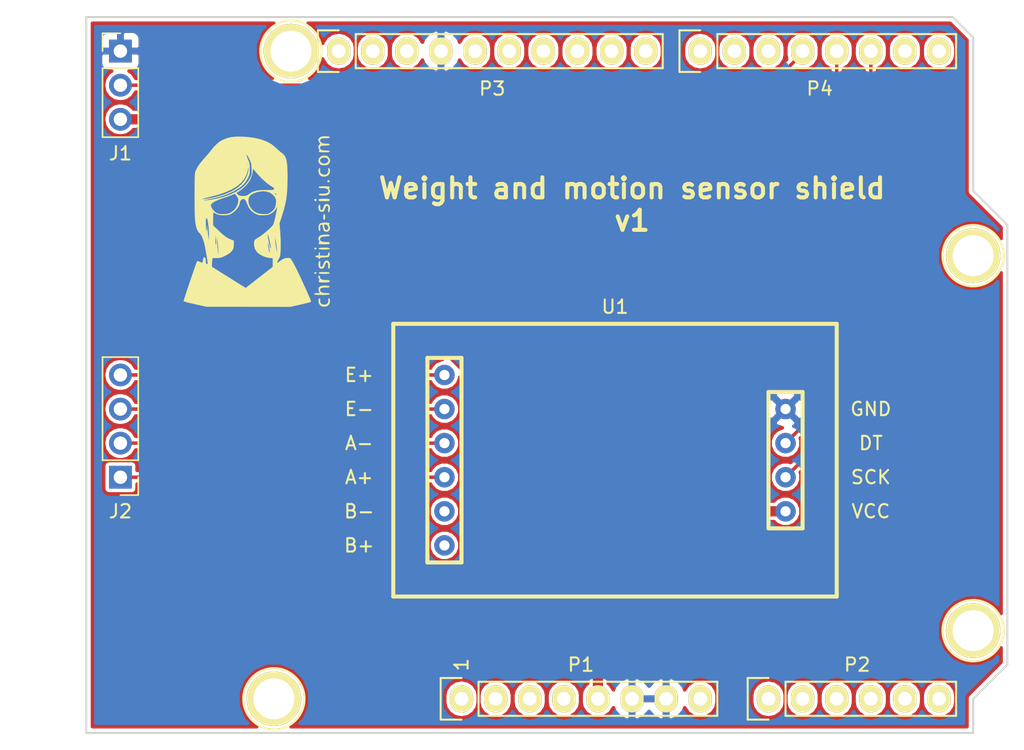
<source format=kicad_pcb>
(kicad_pcb (version 20171130) (host pcbnew 5.0.2+dfsg1-1)

  (general
    (thickness 1.6)
    (drawings 28)
    (tracks 18)
    (zones 0)
    (modules 12)
    (nets 41)
  )

  (page A4)
  (title_block
    (title "Weight and Motion Sensor Shield")
    (date 2019-07-13)
    (rev v01)
    (comment 2 creativecommons.org/licenses/by/4.0/)
    (comment 3 "License: CC BY 4.0")
    (comment 4 "Author: Dominic Canare")
  )

  (layers
    (0 F.Cu signal)
    (31 B.Cu signal)
    (32 B.Adhes user)
    (33 F.Adhes user)
    (34 B.Paste user)
    (35 F.Paste user)
    (36 B.SilkS user)
    (37 F.SilkS user)
    (38 B.Mask user)
    (39 F.Mask user)
    (40 Dwgs.User user)
    (41 Cmts.User user)
    (42 Eco1.User user)
    (43 Eco2.User user)
    (44 Edge.Cuts user)
    (45 Margin user)
    (46 B.CrtYd user)
    (47 F.CrtYd user)
    (48 B.Fab user)
    (49 F.Fab user)
  )

  (setup
    (last_trace_width 0.254)
    (user_trace_width 0.762)
    (trace_clearance 0.254)
    (zone_clearance 0.254)
    (zone_45_only no)
    (trace_min 0.1524)
    (segment_width 0.15)
    (edge_width 0.15)
    (via_size 0.762)
    (via_drill 0.381)
    (via_min_size 0.6858)
    (via_min_drill 0.3302)
    (uvia_size 0.762)
    (uvia_drill 0.381)
    (uvias_allowed no)
    (uvia_min_size 0.6858)
    (uvia_min_drill 0.3302)
    (pcb_text_width 0.3)
    (pcb_text_size 1.5 1.5)
    (mod_edge_width 0.15)
    (mod_text_size 1 1)
    (mod_text_width 0.15)
    (pad_size 4.064 4.064)
    (pad_drill 3.048)
    (pad_to_mask_clearance 0.0508)
    (solder_mask_min_width 0.25)
    (aux_axis_origin 110.998 126.365)
    (grid_origin 110.998 126.365)
    (visible_elements FFFFFF7F)
    (pcbplotparams
      (layerselection 0x010f0_ffffffff)
      (usegerberextensions true)
      (usegerberattributes false)
      (usegerberadvancedattributes false)
      (creategerberjobfile false)
      (excludeedgelayer true)
      (linewidth 0.100000)
      (plotframeref false)
      (viasonmask false)
      (mode 1)
      (useauxorigin false)
      (hpglpennumber 1)
      (hpglpenspeed 20)
      (hpglpendiameter 15.000000)
      (psnegative false)
      (psa4output false)
      (plotreference true)
      (plotvalue true)
      (plotinvisibletext false)
      (padsonsilk false)
      (subtractmaskfromsilk false)
      (outputformat 1)
      (mirror false)
      (drillshape 0)
      (scaleselection 1)
      (outputdirectory "/home/dom/code/FoodWasteScaleAndDisplay/hardware/WeightAndMotionSensorShield/gerbers/"))
  )

  (net 0 "")
  (net 1 +5V)
  (net 2 GND)
  (net 3 /4)
  (net 4 "/3(**)")
  (net 5 /2)
  (net 6 "Net-(P5-Pad1)")
  (net 7 "Net-(P6-Pad1)")
  (net 8 "Net-(P7-Pad1)")
  (net 9 "Net-(P8-Pad1)")
  (net 10 "Net-(P1-Pad1)")
  (net 11 +3V3)
  (net 12 "Net-(J2-Pad1)")
  (net 13 "Net-(J2-Pad2)")
  (net 14 "Net-(J2-Pad3)")
  (net 15 "Net-(J2-Pad4)")
  (net 16 "Net-(P1-Pad2)")
  (net 17 "Net-(P1-Pad3)")
  (net 18 "Net-(P1-Pad8)")
  (net 19 "Net-(P2-Pad1)")
  (net 20 "Net-(P2-Pad2)")
  (net 21 "Net-(P2-Pad3)")
  (net 22 "Net-(P2-Pad4)")
  (net 23 "Net-(P2-Pad5)")
  (net 24 "Net-(P2-Pad6)")
  (net 25 "Net-(P3-Pad1)")
  (net 26 "Net-(P3-Pad2)")
  (net 27 "Net-(P3-Pad3)")
  (net 28 "Net-(P3-Pad5)")
  (net 29 "Net-(P3-Pad6)")
  (net 30 "Net-(P3-Pad7)")
  (net 31 "Net-(P3-Pad8)")
  (net 32 "Net-(P3-Pad9)")
  (net 33 "Net-(P3-Pad10)")
  (net 34 "Net-(P4-Pad1)")
  (net 35 "Net-(P4-Pad2)")
  (net 36 "Net-(P4-Pad3)")
  (net 37 "Net-(P4-Pad7)")
  (net 38 "Net-(P4-Pad8)")
  (net 39 "Net-(U1-Pad5)")
  (net 40 "Net-(U1-Pad6)")

  (net_class Default "This is the default net class."
    (clearance 0.254)
    (trace_width 0.254)
    (via_dia 0.762)
    (via_drill 0.381)
    (uvia_dia 0.762)
    (uvia_drill 0.381)
    (add_net +3V3)
    (add_net +5V)
    (add_net /2)
    (add_net "/3(**)")
    (add_net /4)
    (add_net GND)
    (add_net "Net-(J2-Pad1)")
    (add_net "Net-(J2-Pad2)")
    (add_net "Net-(J2-Pad3)")
    (add_net "Net-(J2-Pad4)")
    (add_net "Net-(P1-Pad1)")
    (add_net "Net-(P1-Pad2)")
    (add_net "Net-(P1-Pad3)")
    (add_net "Net-(P1-Pad8)")
    (add_net "Net-(P2-Pad1)")
    (add_net "Net-(P2-Pad2)")
    (add_net "Net-(P2-Pad3)")
    (add_net "Net-(P2-Pad4)")
    (add_net "Net-(P2-Pad5)")
    (add_net "Net-(P2-Pad6)")
    (add_net "Net-(P3-Pad1)")
    (add_net "Net-(P3-Pad10)")
    (add_net "Net-(P3-Pad2)")
    (add_net "Net-(P3-Pad3)")
    (add_net "Net-(P3-Pad5)")
    (add_net "Net-(P3-Pad6)")
    (add_net "Net-(P3-Pad7)")
    (add_net "Net-(P3-Pad8)")
    (add_net "Net-(P3-Pad9)")
    (add_net "Net-(P4-Pad1)")
    (add_net "Net-(P4-Pad2)")
    (add_net "Net-(P4-Pad3)")
    (add_net "Net-(P4-Pad7)")
    (add_net "Net-(P4-Pad8)")
    (add_net "Net-(P5-Pad1)")
    (add_net "Net-(P6-Pad1)")
    (add_net "Net-(P7-Pad1)")
    (add_net "Net-(P8-Pad1)")
    (add_net "Net-(U1-Pad5)")
    (add_net "Net-(U1-Pad6)")
  )

  (module Socket_Arduino_Uno:Socket_Strip_Arduino_1x08 locked (layer F.Cu) (tedit 552168D2) (tstamp 5D36C234)
    (at 138.938 123.825)
    (descr "Through hole socket strip")
    (tags "socket strip")
    (path /56D70129)
    (fp_text reference P1 (at 8.89 -2.54) (layer F.SilkS)
      (effects (font (size 1 1) (thickness 0.15)))
    )
    (fp_text value Power (at 17.78 -2.54) (layer F.Fab)
      (effects (font (size 1 1) (thickness 0.15)))
    )
    (fp_line (start -1.75 -1.75) (end -1.75 1.75) (layer F.CrtYd) (width 0.05))
    (fp_line (start 19.55 -1.75) (end 19.55 1.75) (layer F.CrtYd) (width 0.05))
    (fp_line (start -1.75 -1.75) (end 19.55 -1.75) (layer F.CrtYd) (width 0.05))
    (fp_line (start -1.75 1.75) (end 19.55 1.75) (layer F.CrtYd) (width 0.05))
    (fp_line (start 1.27 1.27) (end 19.05 1.27) (layer F.SilkS) (width 0.15))
    (fp_line (start 19.05 1.27) (end 19.05 -1.27) (layer F.SilkS) (width 0.15))
    (fp_line (start 19.05 -1.27) (end 1.27 -1.27) (layer F.SilkS) (width 0.15))
    (fp_line (start -1.55 1.55) (end 0 1.55) (layer F.SilkS) (width 0.15))
    (fp_line (start 1.27 1.27) (end 1.27 -1.27) (layer F.SilkS) (width 0.15))
    (fp_line (start 0 -1.55) (end -1.55 -1.55) (layer F.SilkS) (width 0.15))
    (fp_line (start -1.55 -1.55) (end -1.55 1.55) (layer F.SilkS) (width 0.15))
    (pad 1 thru_hole oval (at 0 0) (size 1.7272 2.032) (drill 1.016) (layers *.Cu *.Mask F.SilkS)
      (net 10 "Net-(P1-Pad1)"))
    (pad 2 thru_hole oval (at 2.54 0) (size 1.7272 2.032) (drill 1.016) (layers *.Cu *.Mask F.SilkS)
      (net 16 "Net-(P1-Pad2)"))
    (pad 3 thru_hole oval (at 5.08 0) (size 1.7272 2.032) (drill 1.016) (layers *.Cu *.Mask F.SilkS)
      (net 17 "Net-(P1-Pad3)"))
    (pad 4 thru_hole oval (at 7.62 0) (size 1.7272 2.032) (drill 1.016) (layers *.Cu *.Mask F.SilkS)
      (net 11 +3V3))
    (pad 5 thru_hole oval (at 10.16 0) (size 1.7272 2.032) (drill 1.016) (layers *.Cu *.Mask F.SilkS)
      (net 1 +5V))
    (pad 6 thru_hole oval (at 12.7 0) (size 1.7272 2.032) (drill 1.016) (layers *.Cu *.Mask F.SilkS)
      (net 2 GND))
    (pad 7 thru_hole oval (at 15.24 0) (size 1.7272 2.032) (drill 1.016) (layers *.Cu *.Mask F.SilkS)
      (net 2 GND))
    (pad 8 thru_hole oval (at 17.78 0) (size 1.7272 2.032) (drill 1.016) (layers *.Cu *.Mask F.SilkS)
      (net 18 "Net-(P1-Pad8)"))
    (model ${KIPRJMOD}/Socket_Arduino_Uno.3dshapes/Socket_header_Arduino_1x08.wrl
      (offset (xyz 8.889999866485596 0 0))
      (scale (xyz 1 1 1))
      (rotate (xyz 0 0 180))
    )
  )

  (module Socket_Arduino_Uno:Socket_Strip_Arduino_1x06 locked (layer F.Cu) (tedit 552168D6) (tstamp 5D36C1DF)
    (at 161.798 123.825)
    (descr "Through hole socket strip")
    (tags "socket strip")
    (path /56D70DD8)
    (fp_text reference P2 (at 6.604 -2.54) (layer F.SilkS)
      (effects (font (size 1 1) (thickness 0.15)))
    )
    (fp_text value Analog (at 1.27 -2.54) (layer F.Fab)
      (effects (font (size 1 1) (thickness 0.15)))
    )
    (fp_line (start -1.75 -1.75) (end -1.75 1.75) (layer F.CrtYd) (width 0.05))
    (fp_line (start 14.45 -1.75) (end 14.45 1.75) (layer F.CrtYd) (width 0.05))
    (fp_line (start -1.75 -1.75) (end 14.45 -1.75) (layer F.CrtYd) (width 0.05))
    (fp_line (start -1.75 1.75) (end 14.45 1.75) (layer F.CrtYd) (width 0.05))
    (fp_line (start 1.27 1.27) (end 13.97 1.27) (layer F.SilkS) (width 0.15))
    (fp_line (start 13.97 1.27) (end 13.97 -1.27) (layer F.SilkS) (width 0.15))
    (fp_line (start 13.97 -1.27) (end 1.27 -1.27) (layer F.SilkS) (width 0.15))
    (fp_line (start -1.55 1.55) (end 0 1.55) (layer F.SilkS) (width 0.15))
    (fp_line (start 1.27 1.27) (end 1.27 -1.27) (layer F.SilkS) (width 0.15))
    (fp_line (start 0 -1.55) (end -1.55 -1.55) (layer F.SilkS) (width 0.15))
    (fp_line (start -1.55 -1.55) (end -1.55 1.55) (layer F.SilkS) (width 0.15))
    (pad 1 thru_hole oval (at 0 0) (size 1.7272 2.032) (drill 1.016) (layers *.Cu *.Mask F.SilkS)
      (net 19 "Net-(P2-Pad1)"))
    (pad 2 thru_hole oval (at 2.54 0) (size 1.7272 2.032) (drill 1.016) (layers *.Cu *.Mask F.SilkS)
      (net 20 "Net-(P2-Pad2)"))
    (pad 3 thru_hole oval (at 5.08 0) (size 1.7272 2.032) (drill 1.016) (layers *.Cu *.Mask F.SilkS)
      (net 21 "Net-(P2-Pad3)"))
    (pad 4 thru_hole oval (at 7.62 0) (size 1.7272 2.032) (drill 1.016) (layers *.Cu *.Mask F.SilkS)
      (net 22 "Net-(P2-Pad4)"))
    (pad 5 thru_hole oval (at 10.16 0) (size 1.7272 2.032) (drill 1.016) (layers *.Cu *.Mask F.SilkS)
      (net 23 "Net-(P2-Pad5)"))
    (pad 6 thru_hole oval (at 12.7 0) (size 1.7272 2.032) (drill 1.016) (layers *.Cu *.Mask F.SilkS)
      (net 24 "Net-(P2-Pad6)"))
    (model ${KIPRJMOD}/Socket_Arduino_Uno.3dshapes/Socket_header_Arduino_1x06.wrl
      (offset (xyz 6.349999904632568 0 0))
      (scale (xyz 1 1 1))
      (rotate (xyz 0 0 180))
    )
  )

  (module Socket_Arduino_Uno:Socket_Strip_Arduino_1x10 locked (layer F.Cu) (tedit 552168BF) (tstamp 551AFA18)
    (at 129.794 75.565)
    (descr "Through hole socket strip")
    (tags "socket strip")
    (path /56D721E0)
    (fp_text reference P3 (at 11.43 2.794) (layer F.SilkS)
      (effects (font (size 1 1) (thickness 0.15)))
    )
    (fp_text value Digital (at 0.254 2.54) (layer F.Fab)
      (effects (font (size 1 1) (thickness 0.15)))
    )
    (fp_line (start -1.75 -1.75) (end -1.75 1.75) (layer F.CrtYd) (width 0.05))
    (fp_line (start 24.65 -1.75) (end 24.65 1.75) (layer F.CrtYd) (width 0.05))
    (fp_line (start -1.75 -1.75) (end 24.65 -1.75) (layer F.CrtYd) (width 0.05))
    (fp_line (start -1.75 1.75) (end 24.65 1.75) (layer F.CrtYd) (width 0.05))
    (fp_line (start 1.27 1.27) (end 24.13 1.27) (layer F.SilkS) (width 0.15))
    (fp_line (start 24.13 1.27) (end 24.13 -1.27) (layer F.SilkS) (width 0.15))
    (fp_line (start 24.13 -1.27) (end 1.27 -1.27) (layer F.SilkS) (width 0.15))
    (fp_line (start -1.55 1.55) (end 0 1.55) (layer F.SilkS) (width 0.15))
    (fp_line (start 1.27 1.27) (end 1.27 -1.27) (layer F.SilkS) (width 0.15))
    (fp_line (start 0 -1.55) (end -1.55 -1.55) (layer F.SilkS) (width 0.15))
    (fp_line (start -1.55 -1.55) (end -1.55 1.55) (layer F.SilkS) (width 0.15))
    (pad 1 thru_hole oval (at 0 0) (size 1.7272 2.032) (drill 1.016) (layers *.Cu *.Mask F.SilkS)
      (net 25 "Net-(P3-Pad1)"))
    (pad 2 thru_hole oval (at 2.54 0) (size 1.7272 2.032) (drill 1.016) (layers *.Cu *.Mask F.SilkS)
      (net 26 "Net-(P3-Pad2)"))
    (pad 3 thru_hole oval (at 5.08 0) (size 1.7272 2.032) (drill 1.016) (layers *.Cu *.Mask F.SilkS)
      (net 27 "Net-(P3-Pad3)"))
    (pad 4 thru_hole oval (at 7.62 0) (size 1.7272 2.032) (drill 1.016) (layers *.Cu *.Mask F.SilkS)
      (net 2 GND))
    (pad 5 thru_hole oval (at 10.16 0) (size 1.7272 2.032) (drill 1.016) (layers *.Cu *.Mask F.SilkS)
      (net 28 "Net-(P3-Pad5)"))
    (pad 6 thru_hole oval (at 12.7 0) (size 1.7272 2.032) (drill 1.016) (layers *.Cu *.Mask F.SilkS)
      (net 29 "Net-(P3-Pad6)"))
    (pad 7 thru_hole oval (at 15.24 0) (size 1.7272 2.032) (drill 1.016) (layers *.Cu *.Mask F.SilkS)
      (net 30 "Net-(P3-Pad7)"))
    (pad 8 thru_hole oval (at 17.78 0) (size 1.7272 2.032) (drill 1.016) (layers *.Cu *.Mask F.SilkS)
      (net 31 "Net-(P3-Pad8)"))
    (pad 9 thru_hole oval (at 20.32 0) (size 1.7272 2.032) (drill 1.016) (layers *.Cu *.Mask F.SilkS)
      (net 32 "Net-(P3-Pad9)"))
    (pad 10 thru_hole oval (at 22.86 0) (size 1.7272 2.032) (drill 1.016) (layers *.Cu *.Mask F.SilkS)
      (net 33 "Net-(P3-Pad10)"))
    (model ${KIPRJMOD}/Socket_Arduino_Uno.3dshapes/Socket_header_Arduino_1x10.wrl
      (offset (xyz 11.42999982833862 0 0))
      (scale (xyz 1 1 1))
      (rotate (xyz 0 0 180))
    )
  )

  (module Socket_Arduino_Uno:Socket_Strip_Arduino_1x08 locked (layer F.Cu) (tedit 552168C7) (tstamp 551AFA2F)
    (at 156.718 75.565)
    (descr "Through hole socket strip")
    (tags "socket strip")
    (path /56D7164F)
    (fp_text reference P4 (at 8.89 2.794) (layer F.SilkS)
      (effects (font (size 1 1) (thickness 0.15)))
    )
    (fp_text value Digital (at 0 2.54) (layer F.Fab)
      (effects (font (size 1 1) (thickness 0.15)))
    )
    (fp_line (start -1.75 -1.75) (end -1.75 1.75) (layer F.CrtYd) (width 0.05))
    (fp_line (start 19.55 -1.75) (end 19.55 1.75) (layer F.CrtYd) (width 0.05))
    (fp_line (start -1.75 -1.75) (end 19.55 -1.75) (layer F.CrtYd) (width 0.05))
    (fp_line (start -1.75 1.75) (end 19.55 1.75) (layer F.CrtYd) (width 0.05))
    (fp_line (start 1.27 1.27) (end 19.05 1.27) (layer F.SilkS) (width 0.15))
    (fp_line (start 19.05 1.27) (end 19.05 -1.27) (layer F.SilkS) (width 0.15))
    (fp_line (start 19.05 -1.27) (end 1.27 -1.27) (layer F.SilkS) (width 0.15))
    (fp_line (start -1.55 1.55) (end 0 1.55) (layer F.SilkS) (width 0.15))
    (fp_line (start 1.27 1.27) (end 1.27 -1.27) (layer F.SilkS) (width 0.15))
    (fp_line (start 0 -1.55) (end -1.55 -1.55) (layer F.SilkS) (width 0.15))
    (fp_line (start -1.55 -1.55) (end -1.55 1.55) (layer F.SilkS) (width 0.15))
    (pad 1 thru_hole oval (at 0 0) (size 1.7272 2.032) (drill 1.016) (layers *.Cu *.Mask F.SilkS)
      (net 34 "Net-(P4-Pad1)"))
    (pad 2 thru_hole oval (at 2.54 0) (size 1.7272 2.032) (drill 1.016) (layers *.Cu *.Mask F.SilkS)
      (net 35 "Net-(P4-Pad2)"))
    (pad 3 thru_hole oval (at 5.08 0) (size 1.7272 2.032) (drill 1.016) (layers *.Cu *.Mask F.SilkS)
      (net 36 "Net-(P4-Pad3)"))
    (pad 4 thru_hole oval (at 7.62 0) (size 1.7272 2.032) (drill 1.016) (layers *.Cu *.Mask F.SilkS)
      (net 3 /4))
    (pad 5 thru_hole oval (at 10.16 0) (size 1.7272 2.032) (drill 1.016) (layers *.Cu *.Mask F.SilkS)
      (net 4 "/3(**)"))
    (pad 6 thru_hole oval (at 12.7 0) (size 1.7272 2.032) (drill 1.016) (layers *.Cu *.Mask F.SilkS)
      (net 5 /2))
    (pad 7 thru_hole oval (at 15.24 0) (size 1.7272 2.032) (drill 1.016) (layers *.Cu *.Mask F.SilkS)
      (net 37 "Net-(P4-Pad7)"))
    (pad 8 thru_hole oval (at 17.78 0) (size 1.7272 2.032) (drill 1.016) (layers *.Cu *.Mask F.SilkS)
      (net 38 "Net-(P4-Pad8)"))
    (model ${KIPRJMOD}/Socket_Arduino_Uno.3dshapes/Socket_header_Arduino_1x08.wrl
      (offset (xyz 8.889999866485596 0 0))
      (scale (xyz 1 1 1))
      (rotate (xyz 0 0 180))
    )
  )

  (module Socket_Arduino_Uno:Arduino_1pin locked (layer F.Cu) (tedit 5524FC39) (tstamp 5524FC3F)
    (at 124.968 123.825)
    (descr "module 1 pin (ou trou mecanique de percage)")
    (tags DEV)
    (path /56D71177)
    (fp_text reference P5 (at 0 -3.048) (layer F.SilkS) hide
      (effects (font (size 1 1) (thickness 0.15)))
    )
    (fp_text value CONN_01X01 (at 0 2.794) (layer F.Fab) hide
      (effects (font (size 1 1) (thickness 0.15)))
    )
    (fp_circle (center 0 0) (end 0 -2.286) (layer F.SilkS) (width 0.15))
    (pad 1 thru_hole circle (at 0 0) (size 4.064 4.064) (drill 3.048) (layers *.Cu *.Mask F.SilkS)
      (net 6 "Net-(P5-Pad1)"))
  )

  (module Socket_Arduino_Uno:Arduino_1pin locked (layer F.Cu) (tedit 5524FC4A) (tstamp 5524FC44)
    (at 177.038 118.745)
    (descr "module 1 pin (ou trou mecanique de percage)")
    (tags DEV)
    (path /56D71274)
    (fp_text reference P6 (at 0 -3.048) (layer F.SilkS) hide
      (effects (font (size 1 1) (thickness 0.15)))
    )
    (fp_text value CONN_01X01 (at 0 2.794) (layer F.Fab) hide
      (effects (font (size 1 1) (thickness 0.15)))
    )
    (fp_circle (center 0 0) (end 0 -2.286) (layer F.SilkS) (width 0.15))
    (pad 1 thru_hole circle (at 0 0) (size 4.064 4.064) (drill 3.048) (layers *.Cu *.Mask F.SilkS)
      (net 7 "Net-(P6-Pad1)"))
  )

  (module Socket_Arduino_Uno:Arduino_1pin locked (layer F.Cu) (tedit 5524FC2F) (tstamp 5524FC49)
    (at 126.238 75.565)
    (descr "module 1 pin (ou trou mecanique de percage)")
    (tags DEV)
    (path /56D712A8)
    (fp_text reference P7 (at 0 -3.048) (layer F.SilkS) hide
      (effects (font (size 1 1) (thickness 0.15)))
    )
    (fp_text value CONN_01X01 (at 0 2.794) (layer F.Fab) hide
      (effects (font (size 1 1) (thickness 0.15)))
    )
    (fp_circle (center 0 0) (end 0 -2.286) (layer F.SilkS) (width 0.15))
    (pad 1 thru_hole circle (at 0 0) (size 4.064 4.064) (drill 3.048) (layers *.Cu *.Mask F.SilkS)
      (net 8 "Net-(P7-Pad1)"))
  )

  (module Socket_Arduino_Uno:Arduino_1pin locked (layer F.Cu) (tedit 5524FC41) (tstamp 5524FC4E)
    (at 177.038 90.805)
    (descr "module 1 pin (ou trou mecanique de percage)")
    (tags DEV)
    (path /56D712DB)
    (fp_text reference P8 (at 0 -3.048) (layer F.SilkS) hide
      (effects (font (size 1 1) (thickness 0.15)))
    )
    (fp_text value CONN_01X01 (at 0 2.794) (layer F.Fab) hide
      (effects (font (size 1 1) (thickness 0.15)))
    )
    (fp_circle (center 0 0) (end 0 -2.286) (layer F.SilkS) (width 0.15))
    (pad 1 thru_hole circle (at 0 0) (size 4.064 4.064) (drill 3.048) (layers *.Cu *.Mask F.SilkS)
      (net 9 "Net-(P8-Pad1)"))
  )

  (module Connector_PinHeader_2.54mm:PinHeader_1x03_P2.54mm_Vertical (layer F.Cu) (tedit 59FED5CC) (tstamp 5D36AFAB)
    (at 113.538 75.565)
    (descr "Through hole straight pin header, 1x03, 2.54mm pitch, single row")
    (tags "Through hole pin header THT 1x03 2.54mm single row")
    (path /5D27C8E2)
    (fp_text reference J1 (at 0 7.62) (layer F.SilkS)
      (effects (font (size 1 1) (thickness 0.15)))
    )
    (fp_text value PIR (at 2.54 2.54 90) (layer F.Fab)
      (effects (font (size 1 1) (thickness 0.15)))
    )
    (fp_line (start -0.635 -1.27) (end 1.27 -1.27) (layer F.Fab) (width 0.1))
    (fp_line (start 1.27 -1.27) (end 1.27 6.35) (layer F.Fab) (width 0.1))
    (fp_line (start 1.27 6.35) (end -1.27 6.35) (layer F.Fab) (width 0.1))
    (fp_line (start -1.27 6.35) (end -1.27 -0.635) (layer F.Fab) (width 0.1))
    (fp_line (start -1.27 -0.635) (end -0.635 -1.27) (layer F.Fab) (width 0.1))
    (fp_line (start -1.33 6.41) (end 1.33 6.41) (layer F.SilkS) (width 0.12))
    (fp_line (start -1.33 1.27) (end -1.33 6.41) (layer F.SilkS) (width 0.12))
    (fp_line (start 1.33 1.27) (end 1.33 6.41) (layer F.SilkS) (width 0.12))
    (fp_line (start -1.33 1.27) (end 1.33 1.27) (layer F.SilkS) (width 0.12))
    (fp_line (start -1.33 0) (end -1.33 -1.33) (layer F.SilkS) (width 0.12))
    (fp_line (start -1.33 -1.33) (end 0 -1.33) (layer F.SilkS) (width 0.12))
    (fp_line (start -1.8 -1.8) (end -1.8 6.85) (layer F.CrtYd) (width 0.05))
    (fp_line (start -1.8 6.85) (end 1.8 6.85) (layer F.CrtYd) (width 0.05))
    (fp_line (start 1.8 6.85) (end 1.8 -1.8) (layer F.CrtYd) (width 0.05))
    (fp_line (start 1.8 -1.8) (end -1.8 -1.8) (layer F.CrtYd) (width 0.05))
    (fp_text user %R (at 0 2.54 90) (layer F.Fab)
      (effects (font (size 1 1) (thickness 0.15)))
    )
    (pad 1 thru_hole rect (at 0 0) (size 1.7 1.7) (drill 1) (layers *.Cu *.Mask)
      (net 2 GND))
    (pad 2 thru_hole oval (at 0 2.54) (size 1.7 1.7) (drill 1) (layers *.Cu *.Mask)
      (net 3 /4))
    (pad 3 thru_hole oval (at 0 5.08) (size 1.7 1.7) (drill 1) (layers *.Cu *.Mask)
      (net 1 +5V))
    (model ${KISYS3DMOD}/Connector_PinHeader_2.54mm.3dshapes/PinHeader_1x03_P2.54mm_Vertical.wrl
      (at (xyz 0 0 0))
      (scale (xyz 1 1 1))
      (rotate (xyz 0 0 0))
    )
  )

  (module Connector_PinHeader_2.54mm:PinHeader_1x04_P2.54mm_Vertical (layer F.Cu) (tedit 59FED5CC) (tstamp 5D2ADCB6)
    (at 113.538 107.315 180)
    (descr "Through hole straight pin header, 1x04, 2.54mm pitch, single row")
    (tags "Through hole pin header THT 1x04 2.54mm single row")
    (path /5D27CA77)
    (fp_text reference J2 (at 0 -2.54 180) (layer F.SilkS)
      (effects (font (size 1 1) (thickness 0.15)))
    )
    (fp_text value CELLS (at -2.54 3.81 270) (layer F.Fab)
      (effects (font (size 1 1) (thickness 0.15)))
    )
    (fp_line (start -0.635 -1.27) (end 1.27 -1.27) (layer F.Fab) (width 0.1))
    (fp_line (start 1.27 -1.27) (end 1.27 8.89) (layer F.Fab) (width 0.1))
    (fp_line (start 1.27 8.89) (end -1.27 8.89) (layer F.Fab) (width 0.1))
    (fp_line (start -1.27 8.89) (end -1.27 -0.635) (layer F.Fab) (width 0.1))
    (fp_line (start -1.27 -0.635) (end -0.635 -1.27) (layer F.Fab) (width 0.1))
    (fp_line (start -1.33 8.95) (end 1.33 8.95) (layer F.SilkS) (width 0.12))
    (fp_line (start -1.33 1.27) (end -1.33 8.95) (layer F.SilkS) (width 0.12))
    (fp_line (start 1.33 1.27) (end 1.33 8.95) (layer F.SilkS) (width 0.12))
    (fp_line (start -1.33 1.27) (end 1.33 1.27) (layer F.SilkS) (width 0.12))
    (fp_line (start -1.33 0) (end -1.33 -1.33) (layer F.SilkS) (width 0.12))
    (fp_line (start -1.33 -1.33) (end 0 -1.33) (layer F.SilkS) (width 0.12))
    (fp_line (start -1.8 -1.8) (end -1.8 9.4) (layer F.CrtYd) (width 0.05))
    (fp_line (start -1.8 9.4) (end 1.8 9.4) (layer F.CrtYd) (width 0.05))
    (fp_line (start 1.8 9.4) (end 1.8 -1.8) (layer F.CrtYd) (width 0.05))
    (fp_line (start 1.8 -1.8) (end -1.8 -1.8) (layer F.CrtYd) (width 0.05))
    (fp_text user %R (at 0 3.81 270) (layer F.Fab)
      (effects (font (size 1 1) (thickness 0.15)))
    )
    (pad 1 thru_hole rect (at 0 0 180) (size 1.7 1.7) (drill 1) (layers *.Cu *.Mask)
      (net 12 "Net-(J2-Pad1)"))
    (pad 2 thru_hole oval (at 0 2.54 180) (size 1.7 1.7) (drill 1) (layers *.Cu *.Mask)
      (net 13 "Net-(J2-Pad2)"))
    (pad 3 thru_hole oval (at 0 5.08 180) (size 1.7 1.7) (drill 1) (layers *.Cu *.Mask)
      (net 14 "Net-(J2-Pad3)"))
    (pad 4 thru_hole oval (at 0 7.62 180) (size 1.7 1.7) (drill 1) (layers *.Cu *.Mask)
      (net 15 "Net-(J2-Pad4)"))
    (model ${KISYS3DMOD}/Connector_PinHeader_2.54mm.3dshapes/PinHeader_1x04_P2.54mm_Vertical.wrl
      (at (xyz 0 0 0))
      (scale (xyz 1 1 1))
      (rotate (xyz 0 0 0))
    )
  )

  (module WeightAndMotionSensor:HX711_PCB (layer F.Cu) (tedit 5D2AC69C) (tstamp 5D2ADA56)
    (at 150.368 106.045)
    (path /5D26F269)
    (fp_text reference U1 (at 0 -11.43) (layer F.SilkS)
      (effects (font (size 1 1) (thickness 0.15)))
    )
    (fp_text value HX711_PCB (at 0 11.43) (layer F.Fab)
      (effects (font (size 1 1) (thickness 0.15)))
    )
    (fp_line (start 11.43 -5.08) (end 13.97 -5.08) (layer F.Fab) (width 0.15))
    (fp_line (start 13.97 -5.08) (end 13.97 5.08) (layer F.Fab) (width 0.15))
    (fp_line (start 13.97 5.08) (end 11.43 5.08) (layer F.Fab) (width 0.15))
    (fp_line (start 11.43 5.08) (end 11.43 -5.08) (layer F.Fab) (width 0.15))
    (fp_line (start -13.97 -7.62) (end -11.43 -7.62) (layer F.Fab) (width 0.15))
    (fp_line (start -11.43 -7.62) (end -11.43 7.62) (layer F.Fab) (width 0.15))
    (fp_line (start -11.43 7.62) (end -13.97 7.62) (layer F.Fab) (width 0.15))
    (fp_line (start -13.97 7.62) (end -13.97 -7.62) (layer F.Fab) (width 0.15))
    (fp_line (start 16.51 -10.16) (end 16.51 10.16) (layer F.Fab) (width 0.15))
    (fp_line (start 16.51 10.16) (end -16.51 10.16) (layer F.Fab) (width 0.15))
    (fp_line (start -16.51 10.16) (end -16.51 -10.16) (layer F.Fab) (width 0.15))
    (fp_line (start -16.51 -10.16) (end 16.51 -10.16) (layer F.Fab) (width 0.15))
    (fp_line (start 16.51 -10.16) (end 16.51 10.16) (layer F.SilkS) (width 0.3))
    (fp_line (start -16.51 -10.16) (end -16.51 10.16) (layer F.SilkS) (width 0.3))
    (fp_line (start -16.51 -10.16) (end 16.51 -10.16) (layer F.SilkS) (width 0.3))
    (fp_line (start -16.51 10.16) (end 16.51 10.16) (layer F.SilkS) (width 0.3))
    (fp_line (start 11.43 -5.08) (end 11.43 5.08) (layer F.SilkS) (width 0.3))
    (fp_line (start 13.97 -5.08) (end 13.97 5.08) (layer F.SilkS) (width 0.3))
    (fp_line (start -13.97 -7.62) (end -13.97 7.62) (layer F.SilkS) (width 0.3))
    (fp_line (start -11.43 -7.62) (end -11.43 7.62) (layer F.SilkS) (width 0.3))
    (fp_line (start 11.43 -5.08) (end 13.97 -5.08) (layer F.SilkS) (width 0.3))
    (fp_line (start 11.43 5.08) (end 13.97 5.08) (layer F.SilkS) (width 0.3))
    (fp_line (start -13.97 -7.62) (end -11.43 -7.62) (layer F.SilkS) (width 0.3))
    (fp_line (start -13.97 7.62) (end -11.43 7.62) (layer F.SilkS) (width 0.3))
    (fp_text user GND (at 19.05 -3.81) (layer F.SilkS)
      (effects (font (size 1 1) (thickness 0.15)))
    )
    (fp_text user DT (at 19.05 -1.27) (layer F.SilkS)
      (effects (font (size 1 1) (thickness 0.15)))
    )
    (fp_text user SCK (at 19.05 1.27) (layer F.SilkS)
      (effects (font (size 1 1) (thickness 0.15)))
    )
    (fp_text user VCC (at 19.05 3.81) (layer F.SilkS)
      (effects (font (size 1 1) (thickness 0.15)))
    )
    (fp_text user B- (at -19.05 3.81) (layer F.SilkS)
      (effects (font (size 1 1) (thickness 0.15)))
    )
    (fp_text user E- (at -19.05 -3.81) (layer F.SilkS)
      (effects (font (size 1 1) (thickness 0.15)))
    )
    (fp_text user A- (at -19.05 -1.27) (layer F.SilkS)
      (effects (font (size 1 1) (thickness 0.15)))
    )
    (fp_text user A+ (at -19.05 1.27) (layer F.SilkS)
      (effects (font (size 1 1) (thickness 0.15)))
    )
    (fp_text user E+ (at -19.05 -6.35) (layer F.SilkS)
      (effects (font (size 1 1) (thickness 0.15)))
    )
    (fp_text user B+ (at -19.05 6.35) (layer F.SilkS)
      (effects (font (size 1 1) (thickness 0.15)))
    )
    (pad 1 thru_hole circle (at -12.7 -6.35) (size 1.524 1.524) (drill 0.762) (layers *.Cu *.Mask)
      (net 15 "Net-(J2-Pad4)"))
    (pad 2 thru_hole circle (at -12.7 -3.81) (size 1.524 1.524) (drill 0.762) (layers *.Cu *.Mask)
      (net 14 "Net-(J2-Pad3)"))
    (pad 3 thru_hole circle (at -12.7 -1.27) (size 1.524 1.524) (drill 0.762) (layers *.Cu *.Mask)
      (net 13 "Net-(J2-Pad2)"))
    (pad 4 thru_hole circle (at -12.7 1.27) (size 1.524 1.524) (drill 0.762) (layers *.Cu *.Mask)
      (net 12 "Net-(J2-Pad1)"))
    (pad 5 thru_hole circle (at -12.7 3.81) (size 1.524 1.524) (drill 0.762) (layers *.Cu *.Mask)
      (net 39 "Net-(U1-Pad5)"))
    (pad 6 thru_hole circle (at -12.7 6.35) (size 1.524 1.524) (drill 0.762) (layers *.Cu *.Mask)
      (net 40 "Net-(U1-Pad6)"))
    (pad 7 thru_hole circle (at 12.7 -3.81) (size 1.524 1.524) (drill 0.762) (layers *.Cu *.Mask)
      (net 2 GND))
    (pad 8 thru_hole circle (at 12.7 -1.27) (size 1.524 1.524) (drill 0.762) (layers *.Cu *.Mask)
      (net 4 "/3(**)"))
    (pad 9 thru_hole circle (at 12.7 1.27) (size 1.524 1.524) (drill 0.762) (layers *.Cu *.Mask)
      (net 5 /2))
    (pad 10 thru_hole circle (at 12.7 3.81) (size 1.524 1.524) (drill 0.762) (layers *.Cu *.Mask)
      (net 1 +5V))
  )

  (module WeightAndMotionSensor:Christina-Silk (layer F.Cu) (tedit 0) (tstamp 5D2AD8A7)
    (at 123.698 88.265)
    (fp_text reference G*** (at 0 0) (layer F.SilkS) hide
      (effects (font (size 1.524 1.524) (thickness 0.3)))
    )
    (fp_text value LOGO (at 0.75 0) (layer F.SilkS) hide
      (effects (font (size 1.524 1.524) (thickness 0.3)))
    )
    (fp_poly (pts (xy 5.267294 -6.346707) (xy 5.366149 -6.334802) (xy 5.411094 -6.311246) (xy 5.418666 -6.2865)
      (xy 5.400898 -6.251587) (xy 5.337152 -6.231817) (xy 5.211764 -6.22374) (xy 5.130424 -6.223)
      (xy 4.920117 -6.211908) (xy 4.784796 -6.176049) (xy 4.717396 -6.111551) (xy 4.710855 -6.014539)
      (xy 4.715106 -5.995257) (xy 4.769318 -5.896715) (xy 4.879207 -5.834319) (xy 5.054464 -5.804065)
      (xy 5.188589 -5.799667) (xy 5.328064 -5.793841) (xy 5.39943 -5.77343) (xy 5.418666 -5.736167)
      (xy 5.401732 -5.702282) (xy 5.340649 -5.682584) (xy 5.22 -5.673905) (xy 5.109633 -5.672667)
      (xy 4.9122 -5.664412) (xy 4.786023 -5.636211) (xy 4.718994 -5.58291) (xy 4.699003 -5.499356)
      (xy 4.699 -5.497891) (xy 4.725818 -5.397487) (xy 4.81163 -5.332375) (xy 4.964467 -5.298672)
      (xy 5.125357 -5.291667) (xy 5.28542 -5.287867) (xy 5.376672 -5.274215) (xy 5.414718 -5.247332)
      (xy 5.418666 -5.228167) (xy 5.404273 -5.197897) (xy 5.351631 -5.178741) (xy 5.246547 -5.168458)
      (xy 5.074828 -5.164807) (xy 5.0165 -5.164667) (xy 4.82479 -5.16694) (xy 4.703469 -5.175252)
      (xy 4.638343 -5.191844) (xy 4.615217 -5.218957) (xy 4.614333 -5.228167) (xy 4.638461 -5.284483)
      (xy 4.659067 -5.291667) (xy 4.671443 -5.320192) (xy 4.6379 -5.385753) (xy 4.577934 -5.519336)
      (xy 4.599938 -5.640037) (xy 4.661663 -5.719997) (xy 4.71369 -5.791432) (xy 4.710481 -5.836317)
      (xy 4.710334 -5.836414) (xy 4.653211 -5.902072) (xy 4.598772 -6.002314) (xy 4.572172 -6.090093)
      (xy 4.572 -6.095142) (xy 4.59961 -6.154602) (xy 4.666978 -6.236987) (xy 4.675909 -6.246091)
      (xy 4.739888 -6.300343) (xy 4.812814 -6.33172) (xy 4.919276 -6.346256) (xy 5.083862 -6.349988)
      (xy 5.099242 -6.35) (xy 5.267294 -6.346707)) (layer F.SilkS) (width 0.01))
    (fp_poly (pts (xy 5.167727 -4.903224) (xy 5.257105 -4.871046) (xy 5.335155 -4.799363) (xy 5.351403 -4.780419)
      (xy 5.44096 -4.637582) (xy 5.453583 -4.502522) (xy 5.411751 -4.389301) (xy 5.328304 -4.27599)
      (xy 5.214938 -4.214746) (xy 5.048314 -4.194021) (xy 5.0165 -4.193693) (xy 4.879055 -4.203625)
      (xy 4.770128 -4.228839) (xy 4.737664 -4.245264) (xy 4.6194 -4.37942) (xy 4.582215 -4.520153)
      (xy 4.704331 -4.520153) (xy 4.755815 -4.422967) (xy 4.858333 -4.3499) (xy 5.002227 -4.31823)
      (xy 5.0165 -4.318) (xy 5.14403 -4.339961) (xy 5.239913 -4.383901) (xy 5.312463 -4.470919)
      (xy 5.334 -4.550834) (xy 5.297122 -4.659265) (xy 5.20177 -4.737319) (xy 5.070866 -4.777919)
      (xy 4.927332 -4.773994) (xy 4.794091 -4.718468) (xy 4.793086 -4.717767) (xy 4.713536 -4.624179)
      (xy 4.704331 -4.520153) (xy 4.582215 -4.520153) (xy 4.579396 -4.530821) (xy 4.618811 -4.684512)
      (xy 4.695743 -4.786924) (xy 4.790305 -4.865682) (xy 4.890699 -4.902063) (xy 5.030647 -4.910667)
      (xy 5.167727 -4.903224)) (layer F.SilkS) (width 0.01))
    (fp_poly (pts (xy 4.708543 -3.943699) (xy 4.713258 -3.83149) (xy 4.711469 -3.816746) (xy 4.706035 -3.699748)
      (xy 4.740345 -3.622672) (xy 4.805873 -3.562746) (xy 4.954974 -3.486656) (xy 5.098639 -3.4816)
      (xy 5.220066 -3.537354) (xy 5.302449 -3.643693) (xy 5.328986 -3.790395) (xy 5.316616 -3.8735)
      (xy 5.31027 -3.95536) (xy 5.352441 -3.979334) (xy 5.408789 -3.942773) (xy 5.440474 -3.850496)
      (xy 5.444588 -3.728608) (xy 5.418224 -3.603219) (xy 5.399218 -3.559325) (xy 5.288443 -3.430428)
      (xy 5.130194 -3.358315) (xy 4.944546 -3.348717) (xy 4.796466 -3.387166) (xy 4.689737 -3.470906)
      (xy 4.614649 -3.606654) (xy 4.585275 -3.763595) (xy 4.591338 -3.83631) (xy 4.629489 -3.949056)
      (xy 4.674588 -3.98387) (xy 4.708543 -3.943699)) (layer F.SilkS) (width 0.01))
    (fp_poly (pts (xy 5.404752 -3.0604) (xy 5.418666 -3.005667) (xy 5.388732 -2.934915) (xy 5.334 -2.921)
      (xy 5.263247 -2.950935) (xy 5.249333 -3.005667) (xy 5.279267 -3.076419) (xy 5.334 -3.090334)
      (xy 5.404752 -3.0604)) (layer F.SilkS) (width 0.01))
    (fp_poly (pts (xy 5.208209 -2.622395) (xy 5.32953 -2.614083) (xy 5.394656 -2.59749) (xy 5.417782 -2.570377)
      (xy 5.418666 -2.561167) (xy 5.394538 -2.504851) (xy 5.373932 -2.497667) (xy 5.361556 -2.469142)
      (xy 5.395099 -2.403581) (xy 5.454633 -2.272072) (xy 5.433779 -2.15116) (xy 5.35709 -2.051243)
      (xy 5.293111 -1.996991) (xy 5.220185 -1.965614) (xy 5.113723 -1.951078) (xy 4.949137 -1.947346)
      (xy 4.933757 -1.947334) (xy 4.765705 -1.950627) (xy 4.66685 -1.962532) (xy 4.621905 -1.986089)
      (xy 4.614333 -2.010834) (xy 4.632569 -2.046298) (xy 4.697791 -2.06609) (xy 4.825767 -2.073814)
      (xy 4.892283 -2.074334) (xy 5.103373 -2.084852) (xy 5.241232 -2.118953) (xy 5.314954 -2.180454)
      (xy 5.334 -2.259762) (xy 5.306423 -2.374332) (xy 5.218931 -2.449451) (xy 5.064386 -2.489003)
      (xy 4.896749 -2.497667) (xy 4.740102 -2.501721) (xy 4.652113 -2.516238) (xy 4.617057 -2.544756)
      (xy 4.614333 -2.561167) (xy 4.628726 -2.591437) (xy 4.681368 -2.610593) (xy 4.786452 -2.620876)
      (xy 4.958171 -2.624528) (xy 5.0165 -2.624667) (xy 5.208209 -2.622395)) (layer F.SilkS) (width 0.01))
    (fp_poly (pts (xy 5.203418 -1.692055) (xy 5.321387 -1.686016) (xy 5.386114 -1.671908) (xy 5.413302 -1.646427)
      (xy 5.418666 -1.608667) (xy 5.412593 -1.569316) (xy 5.383905 -1.54448) (xy 5.316894 -1.530854)
      (xy 5.195857 -1.52513) (xy 5.0165 -1.524) (xy 4.829581 -1.525279) (xy 4.711612 -1.531319)
      (xy 4.646885 -1.545426) (xy 4.619697 -1.570908) (xy 4.614333 -1.608667) (xy 4.620406 -1.648018)
      (xy 4.649094 -1.672854) (xy 4.716105 -1.686481) (xy 4.837142 -1.692205) (xy 5.0165 -1.693334)
      (xy 5.203418 -1.692055)) (layer F.SilkS) (width 0.01))
    (fp_poly (pts (xy 4.431085 -1.6634) (xy 4.445 -1.608667) (xy 4.414513 -1.538608) (xy 4.347278 -1.525829)
      (xy 4.303888 -1.552223) (xy 4.274751 -1.624041) (xy 4.311727 -1.681194) (xy 4.360333 -1.693334)
      (xy 4.431085 -1.6634)) (layer F.SilkS) (width 0.01))
    (fp_poly (pts (xy 5.235877 -1.304809) (xy 5.353726 -1.253585) (xy 5.426607 -1.141329) (xy 5.447809 -0.982541)
      (xy 5.434132 -0.876459) (xy 5.393158 -0.742548) (xy 5.350928 -0.683835) (xy 5.318388 -0.700521)
      (xy 5.306482 -0.792807) (xy 5.312495 -0.874218) (xy 5.318742 -1.042466) (xy 5.291423 -1.146696)
      (xy 5.23345 -1.180696) (xy 5.178242 -1.160681) (xy 5.117789 -1.089942) (xy 5.069998 -0.979779)
      (xy 5.067388 -0.970181) (xy 5.015489 -0.823181) (xy 4.946133 -0.746518) (xy 4.84404 -0.725891)
      (xy 4.808733 -0.728089) (xy 4.685964 -0.777725) (xy 4.607449 -0.887996) (xy 4.582126 -1.042591)
      (xy 4.591049 -1.125435) (xy 4.626171 -1.238139) (xy 4.666805 -1.272342) (xy 4.702237 -1.232638)
      (xy 4.721752 -1.123623) (xy 4.722826 -1.068917) (xy 4.72641 -0.944718) (xy 4.74764 -0.881849)
      (xy 4.795791 -0.857385) (xy 4.809314 -0.855106) (xy 4.869051 -0.86179) (xy 4.911683 -0.915093)
      (xy 4.951983 -1.033535) (xy 4.952174 -1.034218) (xy 5.009271 -1.192168) (xy 5.079024 -1.278853)
      (xy 5.175471 -1.307663) (xy 5.235877 -1.304809)) (layer F.SilkS) (width 0.01))
    (fp_poly (pts (xy 5.056432 -0.527674) (xy 5.075936 -0.44922) (xy 5.08 -0.338667) (xy 5.073202 -0.205558)
      (xy 5.049665 -0.140545) (xy 5.0165 -0.127) (xy 4.976567 -0.14966) (xy 4.957063 -0.228114)
      (xy 4.953 -0.338667) (xy 4.959797 -0.471776) (xy 4.983334 -0.536789) (xy 5.0165 -0.550334)
      (xy 5.056432 -0.527674)) (layer F.SilkS) (width 0.01))
    (fp_poly (pts (xy 5.30775 0.091704) (xy 5.39499 0.117938) (xy 5.418666 0.148166) (xy 5.395291 0.204494)
      (xy 5.375357 0.211666) (xy 5.364576 0.241254) (xy 5.398297 0.312747) (xy 5.400265 0.315779)
      (xy 5.450296 0.451378) (xy 5.434197 0.578877) (xy 5.367065 0.682839) (xy 5.263999 0.747825)
      (xy 5.140096 0.758393) (xy 5.019059 0.705606) (xy 4.956965 0.61081) (xy 4.921692 0.438273)
      (xy 4.920915 0.430439) (xy 4.893972 0.281964) (xy 4.873537 0.2518) (xy 5.003526 0.2518)
      (xy 5.009119 0.336334) (xy 5.017963 0.391583) (xy 5.062923 0.543514) (xy 5.131059 0.625078)
      (xy 5.215214 0.631076) (xy 5.2832 0.5842) (xy 5.331112 0.486011) (xy 5.315851 0.375761)
      (xy 5.250345 0.278493) (xy 5.147524 0.219252) (xy 5.090884 0.211666) (xy 5.027685 0.217881)
      (xy 5.003526 0.2518) (xy 4.873537 0.2518) (xy 4.849099 0.215729) (xy 4.785515 0.231065)
      (xy 4.740843 0.275756) (xy 4.707034 0.378795) (xy 4.714151 0.53317) (xy 4.718614 0.659322)
      (xy 4.695304 0.712648) (xy 4.65551 0.689452) (xy 4.610523 0.586036) (xy 4.605501 0.568741)
      (xy 4.590756 0.384477) (xy 4.64476 0.217785) (xy 4.687692 0.15875) (xy 4.760025 0.120015)
      (xy 4.881055 0.093612) (xy 5.027924 0.079872) (xy 5.177775 0.079126) (xy 5.30775 0.091704)) (layer F.SilkS) (width 0.01))
    (fp_poly (pts (xy 5.299719 0.97798) (xy 5.38466 0.99338) (xy 5.416897 1.023554) (xy 5.418666 1.037166)
      (xy 5.399817 1.073324) (xy 5.332689 1.093128) (xy 5.201406 1.100372) (xy 5.152919 1.100666)
      (xy 4.936936 1.118797) (xy 4.787324 1.171537) (xy 4.709411 1.256408) (xy 4.699 1.311709)
      (xy 4.724361 1.414403) (xy 4.806309 1.481019) (xy 4.953644 1.51594) (xy 5.125357 1.524)
      (xy 5.280129 1.52633) (xy 5.368471 1.53682) (xy 5.408571 1.56072) (xy 5.418615 1.60328)
      (xy 5.418666 1.608666) (xy 5.412593 1.648017) (xy 5.383905 1.672853) (xy 5.316894 1.68648)
      (xy 5.195857 1.692204) (xy 5.0165 1.693333) (xy 4.829581 1.692054) (xy 4.711612 1.686015)
      (xy 4.646885 1.671907) (xy 4.619697 1.646426) (xy 4.614333 1.608666) (xy 4.631245 1.539863)
      (xy 4.654697 1.524) (xy 4.66361 1.492729) (xy 4.632792 1.415999) (xy 4.624717 1.40143)
      (xy 4.579942 1.2981) (xy 4.588191 1.209148) (xy 4.604999 1.167747) (xy 4.674677 1.072551)
      (xy 4.788801 1.011771) (xy 4.960851 0.980574) (xy 5.146255 0.973666) (xy 5.299719 0.97798)) (layer F.SilkS) (width 0.01))
    (fp_poly (pts (xy 5.208209 1.949605) (xy 5.32953 1.957917) (xy 5.394656 1.97451) (xy 5.417782 2.001623)
      (xy 5.418666 2.010833) (xy 5.404273 2.041103) (xy 5.351631 2.060259) (xy 5.246547 2.070542)
      (xy 5.074828 2.074193) (xy 5.0165 2.074333) (xy 4.82479 2.07206) (xy 4.703469 2.063748)
      (xy 4.638343 2.047156) (xy 4.615217 2.020043) (xy 4.614333 2.010833) (xy 4.628726 1.980563)
      (xy 4.681368 1.961407) (xy 4.786452 1.951124) (xy 4.958171 1.947472) (xy 5.0165 1.947333)
      (xy 5.208209 1.949605)) (layer F.SilkS) (width 0.01))
    (fp_poly (pts (xy 4.429285 1.973803) (xy 4.445 2.010833) (xy 4.409706 2.062547) (xy 4.360333 2.074333)
      (xy 4.291381 2.047863) (xy 4.275666 2.010833) (xy 4.310959 1.959119) (xy 4.360333 1.947333)
      (xy 4.429285 1.973803)) (layer F.SilkS) (width 0.01))
    (fp_poly (pts (xy 4.68639 2.322786) (xy 4.698996 2.411419) (xy 4.699 2.413) (xy 4.699 2.54)
      (xy 4.991969 2.54) (xy 5.145985 2.538537) (xy 5.235703 2.528776) (xy 5.281491 2.502654)
      (xy 5.303716 2.452108) (xy 5.312833 2.413) (xy 5.349236 2.312001) (xy 5.387193 2.292843)
      (xy 5.413685 2.353963) (xy 5.418666 2.4257) (xy 5.407191 2.538258) (xy 5.363061 2.610011)
      (xy 5.271723 2.649511) (xy 5.118622 2.66531) (xy 5.008033 2.667) (xy 4.843126 2.670479)
      (xy 4.747262 2.68303) (xy 4.705022 2.707821) (xy 4.699 2.7305) (xy 4.676141 2.786835)
      (xy 4.656666 2.794) (xy 4.619109 2.759711) (xy 4.614333 2.7305) (xy 4.576469 2.680086)
      (xy 4.487333 2.667) (xy 4.386507 2.648067) (xy 4.360333 2.6035) (xy 4.398197 2.553086)
      (xy 4.487333 2.54) (xy 4.577287 2.52951) (xy 4.610442 2.48003) (xy 4.614333 2.413)
      (xy 4.626595 2.323829) (xy 4.656139 2.286009) (xy 4.656666 2.286) (xy 4.68639 2.322786)) (layer F.SilkS) (width 0.01))
    (fp_poly (pts (xy 5.318356 2.93895) (xy 5.39754 3.028063) (xy 5.442686 3.166089) (xy 5.439235 3.347756)
      (xy 5.438366 3.353017) (xy 5.404868 3.475124) (xy 5.365826 3.518402) (xy 5.330796 3.487333)
      (xy 5.309332 3.386396) (xy 5.307008 3.291416) (xy 5.30662 3.160393) (xy 5.291038 3.091522)
      (xy 5.251964 3.06257) (xy 5.219079 3.055835) (xy 5.144466 3.06592) (xy 5.103236 3.137102)
      (xy 5.096721 3.161668) (xy 5.033563 3.353943) (xy 4.952772 3.468873) (xy 4.849543 3.512802)
      (xy 4.830096 3.513666) (xy 4.72523 3.494931) (xy 4.662101 3.456715) (xy 4.603816 3.333221)
      (xy 4.585627 3.17646) (xy 4.610205 3.037416) (xy 4.660252 2.941719) (xy 4.700201 2.925677)
      (xy 4.721606 2.984294) (xy 4.717534 3.100916) (xy 4.716889 3.259683) (xy 4.752315 3.355855)
      (xy 4.81011 3.38499) (xy 4.876575 3.342648) (xy 4.938009 3.224388) (xy 4.952443 3.177066)
      (xy 5.022179 3.017808) (xy 5.116116 2.928551) (xy 5.219695 2.904022) (xy 5.318356 2.93895)) (layer F.SilkS) (width 0.01))
    (fp_poly (pts (xy 5.208209 3.769939) (xy 5.32953 3.778251) (xy 5.394656 3.794843) (xy 5.417782 3.821956)
      (xy 5.418666 3.831166) (xy 5.404273 3.861436) (xy 5.351631 3.880592) (xy 5.246547 3.890875)
      (xy 5.074828 3.894527) (xy 5.0165 3.894666) (xy 4.82479 3.892394) (xy 4.703469 3.884082)
      (xy 4.638343 3.867489) (xy 4.615217 3.840376) (xy 4.614333 3.831166) (xy 4.628726 3.800896)
      (xy 4.681368 3.78174) (xy 4.786452 3.771457) (xy 4.958171 3.767806) (xy 5.0165 3.767666)
      (xy 5.208209 3.769939)) (layer F.SilkS) (width 0.01))
    (fp_poly (pts (xy 4.429285 3.794136) (xy 4.445 3.831166) (xy 4.409706 3.88288) (xy 4.360333 3.894666)
      (xy 4.291381 3.868196) (xy 4.275666 3.831166) (xy 4.310959 3.779452) (xy 4.360333 3.767666)
      (xy 4.429285 3.794136)) (layer F.SilkS) (width 0.01))
    (fp_poly (pts (xy 4.68679 4.058092) (xy 4.699 4.120938) (xy 4.726253 4.236064) (xy 4.812895 4.311549)
      (xy 4.966246 4.351403) (xy 5.13625 4.360333) (xy 5.287526 4.362841) (xy 5.37269 4.374062)
      (xy 5.410238 4.39954) (xy 5.418666 4.444821) (xy 5.418666 4.445) (xy 5.412593 4.484351)
      (xy 5.383905 4.509186) (xy 5.316894 4.522813) (xy 5.195857 4.528537) (xy 5.0165 4.529666)
      (xy 4.829581 4.528388) (xy 4.711612 4.522348) (xy 4.646885 4.508241) (xy 4.619697 4.482759)
      (xy 4.614333 4.445) (xy 4.633054 4.376226) (xy 4.659067 4.360333) (xy 4.671443 4.331808)
      (xy 4.6379 4.266247) (xy 4.584278 4.158699) (xy 4.577232 4.070473) (xy 4.616985 4.024093)
      (xy 4.6355 4.021666) (xy 4.68679 4.058092)) (layer F.SilkS) (width 0.01))
    (fp_poly (pts (xy 5.176082 4.780639) (xy 5.306783 4.793829) (xy 5.394638 4.818988) (xy 5.418666 4.847166)
      (xy 5.40043 4.88263) (xy 5.335208 4.902423) (xy 5.207232 4.910146) (xy 5.140716 4.910666)
      (xy 4.930759 4.920899) (xy 4.793619 4.954363) (xy 4.719624 5.015212) (xy 4.699 5.100255)
      (xy 4.735465 5.215013) (xy 4.845499 5.291146) (xy 5.030054 5.329145) (xy 5.152919 5.334)
      (xy 5.304237 5.338503) (xy 5.387118 5.354544) (xy 5.417434 5.385914) (xy 5.418666 5.3975)
      (xy 5.40661 5.423517) (xy 5.362225 5.4415) (xy 5.27319 5.452816) (xy 5.127182 5.458837)
      (xy 4.911877 5.460929) (xy 4.847166 5.461) (xy 4.613008 5.45966) (xy 4.451165 5.454728)
      (xy 4.349314 5.444836) (xy 4.295132 5.428612) (xy 4.276297 5.40469) (xy 4.275666 5.3975)
      (xy 4.298636 5.357293) (xy 4.37797 5.337838) (xy 4.484088 5.334) (xy 4.69251 5.334)
      (xy 4.629306 5.207303) (xy 4.589525 5.050997) (xy 4.632958 4.909744) (xy 4.68363 4.847417)
      (xy 4.75631 4.812807) (xy 4.877906 4.790136) (xy 5.025476 4.779411) (xy 5.176082 4.780639)) (layer F.SilkS) (width 0.01))
    (fp_poly (pts (xy 5.399208 5.738061) (xy 5.439724 5.84155) (xy 5.440447 5.844796) (xy 5.442189 6.019443)
      (xy 5.376687 6.166726) (xy 5.259649 6.276224) (xy 5.106787 6.337514) (xy 4.933808 6.340175)
      (xy 4.776513 6.28525) (xy 4.673844 6.187266) (xy 4.606131 6.041961) (xy 4.586957 5.883942)
      (xy 4.595879 5.825095) (xy 4.636526 5.730908) (xy 4.68024 5.712312) (xy 4.710773 5.762464)
      (xy 4.711952 5.873984) (xy 4.724691 6.029466) (xy 4.805354 6.138289) (xy 4.946695 6.192755)
      (xy 5.0165 6.1976) (xy 5.179484 6.166356) (xy 5.284608 6.077759) (xy 5.324627 5.93951)
      (xy 5.321047 5.873984) (xy 5.322319 5.758568) (xy 5.354223 5.71183) (xy 5.399208 5.738061)) (layer F.SilkS) (width 0.01))
    (fp_poly (pts (xy -1.248834 -6.32713) (xy -0.675893 -6.30126) (xy -0.147028 -6.228381) (xy 0.331343 -6.110476)
      (xy 0.752803 -5.949531) (xy 1.110936 -5.74753) (xy 1.397 -5.508856) (xy 1.541489 -5.369686)
      (xy 1.696495 -5.235305) (xy 1.828466 -5.134801) (xy 1.828496 -5.134781) (xy 1.956624 -5.033054)
      (xy 2.059522 -4.912834) (xy 2.139641 -4.764492) (xy 2.199435 -4.5784) (xy 2.241356 -4.344928)
      (xy 2.267857 -4.054448) (xy 2.28139 -3.697328) (xy 2.284531 -3.344334) (xy 2.279446 -2.842064)
      (xy 2.262413 -2.40512) (xy 2.230768 -2.014672) (xy 2.181845 -1.651891) (xy 2.112981 -1.297945)
      (xy 2.02151 -0.934006) (xy 1.904769 -0.541242) (xy 1.874366 -0.445791) (xy 1.684063 0.145585)
      (xy 1.736106 0.739542) (xy 1.755395 1.02462) (xy 1.768644 1.35222) (xy 1.774585 1.680336)
      (xy 1.77249 1.947333) (xy 1.765773 2.187847) (xy 1.757682 2.36181) (xy 1.744896 2.487312)
      (xy 1.724097 2.582447) (xy 1.691963 2.665307) (xy 1.645175 2.753983) (xy 1.614706 2.807094)
      (xy 1.546477 2.934355) (xy 1.504251 3.031545) (xy 1.497167 3.077611) (xy 1.540237 3.06616)
      (xy 1.630882 3.01309) (xy 1.750415 2.92949) (xy 1.764235 2.919126) (xy 1.916753 2.813102)
      (xy 2.042658 2.752581) (xy 2.175197 2.723187) (xy 2.230605 2.717485) (xy 2.368623 2.71134)
      (xy 2.453527 2.727265) (xy 2.515705 2.773334) (xy 2.538818 2.799375) (xy 2.612378 2.90643)
      (xy 2.715244 3.085643) (xy 2.844328 3.330948) (xy 2.996544 3.636281) (xy 3.168806 3.995574)
      (xy 3.358024 4.402761) (xy 3.387027 4.466166) (xy 3.565256 4.857792) (xy 3.710108 5.179118)
      (xy 3.824216 5.436469) (xy 3.910215 5.636171) (xy 3.970736 5.784552) (xy 4.008414 5.887936)
      (xy 4.025881 5.952651) (xy 4.025772 5.985023) (xy 4.021444 5.990303) (xy 3.970356 6.006466)
      (xy 3.850583 6.037708) (xy 3.676056 6.080598) (xy 3.460709 6.131703) (xy 3.246381 6.18123)
      (xy 2.50717 6.35) (xy -0.619665 6.346943) (xy -3.7465 6.343887) (xy -4.487334 6.181012)
      (xy -4.734727 6.125605) (xy -4.960264 6.0732) (xy -5.14804 6.02764) (xy -5.282149 5.992768)
      (xy -5.341354 5.974677) (xy -5.454541 5.931218) (xy -5.307086 5.460397) (xy -5.260767 5.316329)
      (xy -5.194675 5.115978) (xy -5.11341 4.872822) (xy -5.021573 4.600339) (xy -4.923763 4.312007)
      (xy -4.824582 4.021305) (xy -4.728629 3.741711) (xy -4.640504 3.486703) (xy -4.564808 3.269759)
      (xy -4.530912 3.174191) (xy -3.344334 3.174191) (xy -3.344334 3.374467) (xy -2.087535 4.160982)
      (xy -0.830736 4.947496) (xy -0.679952 4.831264) (xy -0.605359 4.773401) (xy -0.475071 4.671947)
      (xy -0.300076 4.535476) (xy -0.091367 4.372562) (xy 0.140066 4.19178) (xy 0.328083 4.044826)
      (xy 1.185333 3.374619) (xy 1.185333 2.719509) (xy 0.936263 2.701493) (xy 0.703585 2.657986)
      (xy 0.457395 2.568074) (xy 0.227661 2.445813) (xy 0.044351 2.305262) (xy 0.005931 2.26512)
      (xy -0.132561 2.043846) (xy -0.202612 1.775509) (xy -0.211431 1.627341) (xy -0.210013 1.609688)
      (xy 0.813099 1.609688) (xy 0.823012 1.71954) (xy 0.848228 1.889864) (xy 0.872095 2.024282)
      (xy 0.905549 2.186044) (xy 0.93483 2.296463) (xy 0.956367 2.343743) (xy 0.965132 2.331722)
      (xy 0.964118 2.244056) (xy 0.947141 2.100419) (xy 0.91759 1.927263) (xy 0.905904 1.869335)
      (xy 0.864893 1.690132) (xy 0.835069 1.590268) (xy 0.817462 1.565025) (xy 0.813099 1.609688)
      (xy -0.210013 1.609688) (xy -0.200924 1.49657) (xy -0.159481 1.395831) (xy -0.072842 1.306591)
      (xy 0.07325 1.210318) (xy 0.137871 1.173322) (xy 0.288052 1.077269) (xy 0.389848 1.001692)
      (xy 0.807016 1.001692) (xy 0.814598 1.099776) (xy 0.837622 1.254123) (xy 0.871109 1.43883)
      (xy 0.910085 1.627992) (xy 0.949571 1.795706) (xy 0.980257 1.90338) (xy 1.017716 1.999904)
      (xy 1.039632 2.02129) (xy 1.046119 1.975606) (xy 1.037296 1.87092) (xy 1.013279 1.7153)
      (xy 0.974717 1.519303) (xy 0.933325 1.3335) (xy 1.358328 1.3335) (xy 1.362756 1.44413)
      (xy 1.377955 1.592647) (xy 1.400711 1.759835) (xy 1.42781 1.926472) (xy 1.456037 2.073341)
      (xy 1.482177 2.181224) (xy 1.503017 2.2309) (xy 1.508439 2.231004) (xy 1.51028 2.184094)
      (xy 1.500899 2.071327) (xy 1.482083 1.910507) (xy 1.460354 1.751727) (xy 1.424443 1.511306)
      (xy 1.397619 1.350073) (xy 1.378697 1.263174) (xy 1.366494 1.245757) (xy 1.359826 1.292967)
      (xy 1.358328 1.3335) (xy 0.933325 1.3335) (xy 0.932529 1.329927) (xy 0.892552 1.163856)
      (xy 0.886969 1.143) (xy 1.312333 1.143) (xy 1.327822 1.177845) (xy 1.340555 1.171222)
      (xy 1.345622 1.120982) (xy 1.340555 1.114777) (xy 1.315388 1.120588) (xy 1.312333 1.143)
      (xy 0.886969 1.143) (xy 0.860389 1.043724) (xy 0.846576 1.001607) (xy 0.8097 0.910166)
      (xy 0.807016 1.001692) (xy 0.389848 1.001692) (xy 0.465292 0.94568) (xy 0.654328 0.792036)
      (xy 0.839897 0.629816) (xy 1.006735 0.4725) (xy 1.13958 0.333568) (xy 1.223168 0.226501)
      (xy 1.235904 0.203571) (xy 1.268285 0.11081) (xy 1.310692 -0.045164) (xy 1.358627 -0.24415)
      (xy 1.407597 -0.465948) (xy 1.453104 -0.690358) (xy 1.490653 -0.89718) (xy 1.512044 -1.037167)
      (xy 1.518924 -1.106517) (xy 1.508216 -1.110916) (xy 1.47299 -1.04537) (xy 1.446435 -0.989919)
      (xy 1.309009 -0.792723) (xy 1.103856 -0.625751) (xy 0.919831 -0.530477) (xy 0.767678 -0.491006)
      (xy 0.566516 -0.47029) (xy 0.350036 -0.468948) (xy 0.151931 -0.487601) (xy 0.038067 -0.514268)
      (xy -0.209503 -0.639042) (xy -0.431406 -0.828418) (xy -0.609369 -1.062657) (xy -0.72512 -1.322019)
      (xy -0.731912 -1.346106) (xy -0.780409 -1.469799) (xy -0.628064 -1.469799) (xy -0.57414 -1.245324)
      (xy -0.533115 -1.152177) (xy -0.367335 -0.901021) (xy -0.159417 -0.719781) (xy 0.096078 -0.605337)
      (xy 0.404587 -0.554568) (xy 0.513799 -0.551264) (xy 0.687215 -0.554154) (xy 0.807493 -0.56946)
      (xy 0.90605 -0.605322) (xy 1.014306 -0.669879) (xy 1.041322 -0.687917) (xy 1.225819 -0.839881)
      (xy 1.34462 -1.012209) (xy 1.410383 -1.22735) (xy 1.413496 -1.252362) (xy 1.527342 -1.252362)
      (xy 1.535125 -1.197455) (xy 1.549576 -1.196799) (xy 1.559682 -1.253458) (xy 1.552918 -1.277938)
      (xy 1.534121 -1.293973) (xy 1.527342 -1.252362) (xy 1.413496 -1.252362) (xy 1.428779 -1.375114)
      (xy 1.436509 -1.537421) (xy 1.423308 -1.652908) (xy 1.38226 -1.758256) (xy 1.343233 -1.828711)
      (xy 1.189346 -2.012411) (xy 1.085218 -2.081389) (xy 1.354666 -2.081389) (xy 1.388376 -2.013916)
      (xy 1.44506 -1.989667) (xy 1.462277 -2.020979) (xy 1.454642 -2.053167) (xy 1.413888 -2.105982)
      (xy 1.369693 -2.113571) (xy 1.354666 -2.081389) (xy 1.085218 -2.081389) (xy 0.976665 -2.153298)
      (xy 0.725574 -2.238556) (xy 0.67816 -2.246961) (xy 0.440527 -2.259827) (xy 0.188759 -2.233989)
      (xy -0.057343 -2.175493) (xy -0.277977 -2.090383) (xy -0.453342 -1.984703) (xy -0.56125 -1.86862)
      (xy -0.624106 -1.686187) (xy -0.628064 -1.469799) (xy -0.780409 -1.469799) (xy -0.801827 -1.524424)
      (xy -0.895824 -1.644108) (xy -1.003822 -1.692835) (xy -1.016 -1.693334) (xy -1.116382 -1.656946)
      (xy -1.20784 -1.567775) (xy -1.263633 -1.455808) (xy -1.27 -1.408498) (xy -1.305989 -1.241568)
      (xy -1.403563 -1.057701) (xy -1.547137 -0.874787) (xy -1.721124 -0.710716) (xy -1.909937 -0.583376)
      (xy -2.037807 -0.527238) (xy -2.248973 -0.481522) (xy -2.487916 -0.467978) (xy -2.725937 -0.484971)
      (xy -2.934334 -0.530866) (xy -3.057246 -0.5853) (xy -3.156318 -0.642871) (xy -3.223015 -0.674951)
      (xy -3.232914 -0.677334) (xy -3.243522 -0.637811) (xy -3.252141 -0.530469) (xy -3.257829 -0.372149)
      (xy -3.259667 -0.19801) (xy -3.259667 0.281314) (xy -2.910417 0.618577) (xy -2.676106 0.839985)
      (xy -2.484209 1.008669) (xy -2.320748 1.135061) (xy -2.171746 1.229592) (xy -2.023227 1.302693)
      (xy -1.958046 1.329353) (xy -1.7145 1.42413) (xy -1.7145 1.703284) (xy -1.733135 1.922797)
      (xy -1.795771 2.1028) (xy -1.91251 2.257035) (xy -2.093451 2.399244) (xy -2.321692 2.529416)
      (xy -2.498065 2.61676) (xy -2.630719 2.670265) (xy -2.749466 2.698057) (xy -2.884121 2.708266)
      (xy -2.981613 2.709333) (xy -3.291417 2.709333) (xy -3.317875 2.841624) (xy -3.334388 2.968271)
      (xy -3.343626 3.124679) (xy -3.344334 3.174191) (xy -4.530912 3.174191) (xy -4.506142 3.104358)
      (xy -4.469105 3.003979) (xy -4.466045 2.996224) (xy -4.440166 2.952302) (xy -4.395802 2.946932)
      (xy -4.306506 2.979145) (xy -4.282159 2.989485) (xy -4.170933 3.036967) (xy -4.090681 3.070998)
      (xy -4.08035 3.075327) (xy -4.045727 3.050309) (xy -4.018513 2.952539) (xy -4.011232 2.900058)
      (xy -3.9905 2.758674) (xy -3.962924 2.686905) (xy -3.919163 2.669734) (xy -3.875326 2.681608)
      (xy -3.832142 2.729018) (xy -3.812348 2.837675) (xy -3.81 2.920999) (xy -3.800601 3.066287)
      (xy -3.769797 3.14305) (xy -3.744675 3.160391) (xy -3.676697 3.171439) (xy -3.658288 3.164399)
      (xy -3.657339 3.116894) (xy -3.669825 3.001846) (xy -3.693145 2.834844) (xy -3.724696 2.631478)
      (xy -3.761873 2.407337) (xy -3.802075 2.178011) (xy -3.842697 1.95909) (xy -3.881137 1.766163)
      (xy -3.914793 1.61482) (xy -3.921591 1.5875) (xy -3.930275 1.559105) (xy -3.084455 1.559105)
      (xy -3.076909 1.668728) (xy -3.060618 1.711231) (xy -3.04262 1.704886) (xy -3.019576 1.648105)
      (xy -3.016462 1.535572) (xy -3.033082 1.354771) (xy -3.036631 1.326002) (xy -3.038387 1.312063)
      (xy -2.959958 1.312063) (xy -2.957134 1.456748) (xy -2.950344 1.6323) (xy -2.940455 1.82087)
      (xy -2.928334 2.004609) (xy -2.914851 2.16567) (xy -2.900871 2.286203) (xy -2.895126 2.320121)
      (xy -2.873713 2.409663) (xy -2.857723 2.446726) (xy -2.856426 2.446219) (xy -2.855112 2.402024)
      (xy -2.858973 2.288604) (xy -2.867303 2.121199) (xy -2.879396 1.915047) (xy -2.885355 1.821684)
      (xy -2.901184 1.602765) (xy -2.917645 1.415252) (xy -2.933143 1.27475) (xy -2.946084 1.196858)
      (xy -2.950233 1.186684) (xy -2.957947 1.216092) (xy -2.959958 1.312063) (xy -3.038387 1.312063)
      (xy -3.078355 0.994833) (xy -3.084345 1.373716) (xy -3.084455 1.559105) (xy -3.930275 1.559105)
      (xy -4.01714 1.275105) (xy -4.123631 1.039442) (xy -4.239462 0.883843) (xy -4.274338 0.854343)
      (xy -4.375513 0.741057) (xy -4.455463 0.579143) (xy -4.461107 0.56257) (xy -4.503572 0.422791)
      (xy -4.538698 0.28046) (xy -4.567143 0.126149) (xy -4.575136 0.0635) (xy -3.799773 0.0635)
      (xy -3.797591 0.269148) (xy -3.790453 0.447508) (xy -3.77976 0.589979) (xy -3.76691 0.687958)
      (xy -3.753302 0.732845) (xy -3.740337 0.716038) (xy -3.729413 0.628936) (xy -3.724017 0.529166)
      (xy -3.71426 0.275166) (xy -3.678344 0.613833) (xy -3.656043 0.814069) (xy -3.631667 1.017532)
      (xy -3.610378 1.181182) (xy -3.609798 1.185333) (xy -3.577167 1.418166) (xy -3.563107 1.100666)
      (xy -3.562196 0.914233) (xy -3.571589 0.682267) (xy -3.589422 0.443023) (xy -3.600221 0.338666)
      (xy -3.624753 0.145193) (xy -3.650258 -0.023443) (xy -3.673176 -0.145197) (xy -3.685682 -0.1905)
      (xy -3.719967 -0.275167) (xy -3.728658 -0.1905) (xy -3.739881 -0.173665) (xy -3.758256 -0.228654)
      (xy -3.767667 -0.275167) (xy -3.781035 -0.317552) (xy -3.790839 -0.275448) (xy -3.797083 -0.148821)
      (xy -3.799769 0.062363) (xy -3.799773 0.0635) (xy -4.575136 0.0635) (xy -4.589564 -0.049569)
      (xy -4.606619 -0.256122) (xy -4.618963 -0.50294) (xy -4.627254 -0.799449) (xy -4.63215 -1.155078)
      (xy -4.632443 -1.212842) (xy -3.429 -1.212842) (xy -3.397202 -1.086512) (xy -3.314019 -0.938003)
      (xy -3.197767 -0.793201) (xy -3.066762 -0.677992) (xy -3.036836 -0.65862) (xy -2.914656 -0.596494)
      (xy -2.789377 -0.563394) (xy -2.626079 -0.551404) (xy -2.560888 -0.550734) (xy -2.386222 -0.55655)
      (xy -2.224255 -0.572114) (xy -2.120072 -0.591691) (xy -1.886629 -0.697551) (xy -1.684049 -0.863262)
      (xy -1.523804 -1.071862) (xy -1.417366 -1.306386) (xy -1.376206 -1.549873) (xy -1.385071 -1.678558)
      (xy -1.430741 -1.807409) (xy -1.511956 -1.933616) (xy -1.525835 -1.949298) (xy -1.643021 -2.074745)
      (xy -1.826927 -1.996034) (xy -1.947411 -1.948517) (xy -2.120709 -1.885229) (xy -2.318992 -1.816183)
      (xy -2.434167 -1.777546) (xy -2.795698 -1.648219) (xy -3.076899 -1.525658) (xy -3.276784 -1.410423)
      (xy -3.394363 -1.303076) (xy -3.429 -1.212842) (xy -4.632443 -1.212842) (xy -4.634282 -1.574603)
      (xy -3.958826 -1.574603) (xy -3.915524 -1.570535) (xy -3.791654 -1.580892) (xy -3.586316 -1.606695)
      (xy -3.418139 -1.630834) (xy -2.92118 -1.721619) (xy -2.468617 -1.842604) (xy -2.022568 -2.004025)
      (xy -1.994073 -2.015677) (xy -1.75002 -2.130261) (xy -1.518302 -2.130261) (xy -1.500198 -2.099789)
      (xy -1.436009 -2.03549) (xy -1.412468 -2.014343) (xy -1.326744 -1.952166) (xy -1.230256 -1.919402)
      (xy -1.091802 -1.907309) (xy -1.02695 -1.906338) (xy -0.86964 -1.9109) (xy -0.758568 -1.934675)
      (xy -0.655593 -1.989862) (xy -0.569132 -2.05278) (xy -0.404296 -2.163083) (xy -0.229837 -2.243917)
      (xy -0.029444 -2.299065) (xy 0.213191 -2.332311) (xy 0.514377 -2.347438) (xy 0.709551 -2.349405)
      (xy 0.952835 -2.350876) (xy 1.122142 -2.355888) (xy 1.22812 -2.365474) (xy 1.281422 -2.380668)
      (xy 1.292698 -2.402503) (xy 1.291634 -2.40588) (xy 1.271483 -2.480579) (xy 1.27 -2.497088)
      (xy 1.235952 -2.534359) (xy 1.147162 -2.597058) (xy 1.036542 -2.663674) (xy 0.858995 -2.782592)
      (xy 0.648348 -2.95346) (xy 0.421956 -3.160232) (xy 0.197171 -3.386866) (xy -0.008652 -3.617318)
      (xy -0.052718 -3.670694) (xy -0.273287 -3.942551) (xy -0.329084 -3.638207) (xy -0.374374 -3.447209)
      (xy -0.436477 -3.254348) (xy -0.493076 -3.120348) (xy -0.655161 -2.870017) (xy -0.885101 -2.614978)
      (xy -1.168215 -2.369408) (xy -1.489824 -2.147483) (xy -1.518302 -2.130261) (xy -1.75002 -2.130261)
      (xy -1.545026 -2.226506) (xy -1.172901 -2.45942) (xy -0.871712 -2.719335) (xy -0.635474 -3.011166)
      (xy -0.504805 -3.238576) (xy -0.443766 -3.368081) (xy -0.406106 -3.472842) (xy -0.387245 -3.579727)
      (xy -0.382606 -3.715603) (xy -0.387608 -3.907339) (xy -0.388176 -3.922894) (xy -0.400289 -4.140625)
      (xy -0.421861 -4.303852) (xy -0.458917 -4.442666) (xy -0.51748 -4.58716) (xy -0.52403 -4.601512)
      (xy -0.599048 -4.748359) (xy -0.675594 -4.872074) (xy -0.731622 -4.940179) (xy -0.772635 -4.976006)
      (xy -0.794846 -4.989243) (xy -0.795361 -4.968559) (xy -0.771285 -4.902627) (xy -0.719725 -4.780116)
      (xy -0.648383 -4.614334) (xy -0.589472 -4.464921) (xy -0.553728 -4.33198) (xy -0.53566 -4.184209)
      (xy -0.529779 -3.990306) (xy -0.529574 -3.937) (xy -0.532611 -3.732784) (xy -0.545647 -3.584073)
      (xy -0.573839 -3.461843) (xy -0.622342 -3.337072) (xy -0.644906 -3.287781) (xy -0.809363 -2.992903)
      (xy -1.008185 -2.752196) (xy -1.265643 -2.536654) (xy -1.284869 -2.522907) (xy -1.705411 -2.266159)
      (xy -2.190243 -2.043474) (xy -2.723729 -1.860989) (xy -3.29023 -1.724841) (xy -3.344334 -1.714698)
      (xy -3.614314 -1.663143) (xy -3.807323 -1.621929) (xy -3.92246 -1.592075) (xy -3.958826 -1.574603)
      (xy -4.634282 -1.574603) (xy -4.634306 -1.579255) (xy -4.634364 -1.667847) (xy -4.097861 -1.667847)
      (xy -4.067582 -1.660644) (xy -3.955815 -1.670661) (xy -3.762157 -1.698317) (xy -3.532758 -1.736022)
      (xy -3.103974 -1.826007) (xy -2.668279 -1.947663) (xy -2.255546 -2.091572) (xy -1.895647 -2.248318)
      (xy -1.875091 -2.258577) (xy -1.475303 -2.496734) (xy -1.149304 -2.770634) (xy -0.898566 -3.078412)
      (xy -0.724563 -3.418204) (xy -0.628765 -3.788143) (xy -0.621076 -3.847491) (xy -0.608834 -3.987853)
      (xy -0.611696 -4.046681) (xy -0.627451 -4.025321) (xy -0.653887 -3.925115) (xy -0.676626 -3.813734)
      (xy -0.776591 -3.473889) (xy -0.9432 -3.164172) (xy -1.178756 -2.882939) (xy -1.485564 -2.628546)
      (xy -1.865927 -2.399345) (xy -2.322148 -2.193694) (xy -2.856533 -2.009947) (xy -3.412205 -1.860503)
      (xy -3.703825 -1.788598) (xy -3.915578 -1.732242) (xy -4.047058 -1.691852) (xy -4.097861 -1.667847)
      (xy -4.634364 -1.667847) (xy -4.634535 -1.926167) (xy -4.633963 -2.350218) (xy -4.632554 -2.698301)
      (xy -4.629952 -2.979118) (xy -4.6258 -3.201365) (xy -4.619743 -3.373743) (xy -4.611424 -3.50495)
      (xy -4.600487 -3.603685) (xy -4.586578 -3.678646) (xy -4.569338 -3.738533) (xy -4.559233 -3.76586)
      (xy -4.433316 -4.025867) (xy -4.280169 -4.258028) (xy -0.673992 -4.258028) (xy -0.666208 -4.203121)
      (xy -0.651757 -4.202466) (xy -0.641652 -4.259124) (xy -0.648415 -4.283605) (xy -0.667213 -4.29964)
      (xy -0.673992 -4.258028) (xy -4.280169 -4.258028) (xy -4.252674 -4.299708) (xy -4.009271 -4.599021)
      (xy -3.900215 -4.72016) (xy -3.737083 -4.903172) (xy -3.564288 -5.106567) (xy -3.409711 -5.297203)
      (xy -3.353039 -5.370636) (xy -3.155627 -5.606208) (xy -2.943667 -5.814115) (xy -2.735378 -5.978106)
      (xy -2.561167 -6.076867) (xy -2.303496 -6.180232) (xy -2.077538 -6.251672) (xy -1.855661 -6.296456)
      (xy -1.610233 -6.319854) (xy -1.313623 -6.327135) (xy -1.248834 -6.32713)) (layer F.SilkS) (width 0.01))
  )

  (gr_text "Weight and motion sensor shield\nv1" (at 151.638 86.995) (layer F.SilkS)
    (effects (font (size 1.5 1.5) (thickness 0.3)))
  )
  (gr_text 1 (at 138.938 121.285 90) (layer F.SilkS)
    (effects (font (size 1 1) (thickness 0.15)))
  )
  (gr_circle (center 117.348 76.962) (end 118.618 76.962) (layer Dwgs.User) (width 0.15))
  (gr_line (start 114.427 78.994) (end 114.427 74.93) (angle 90) (layer Dwgs.User) (width 0.15))
  (gr_line (start 120.269 78.994) (end 114.427 78.994) (angle 90) (layer Dwgs.User) (width 0.15))
  (gr_line (start 120.269 74.93) (end 120.269 78.994) (angle 90) (layer Dwgs.User) (width 0.15))
  (gr_line (start 114.427 74.93) (end 120.269 74.93) (angle 90) (layer Dwgs.User) (width 0.15))
  (gr_line (start 120.523 93.98) (end 104.648 93.98) (angle 90) (layer Dwgs.User) (width 0.15))
  (gr_line (start 177.038 74.549) (end 175.514 73.025) (angle 90) (layer Edge.Cuts) (width 0.15))
  (gr_line (start 177.038 85.979) (end 177.038 74.549) (angle 90) (layer Edge.Cuts) (width 0.15))
  (gr_line (start 179.578 88.519) (end 177.038 85.979) (angle 90) (layer Edge.Cuts) (width 0.15))
  (gr_line (start 179.578 121.285) (end 179.578 88.519) (angle 90) (layer Edge.Cuts) (width 0.15))
  (gr_line (start 177.038 123.825) (end 179.578 121.285) (angle 90) (layer Edge.Cuts) (width 0.15))
  (gr_line (start 177.038 126.365) (end 177.038 123.825) (angle 90) (layer Edge.Cuts) (width 0.15))
  (gr_line (start 110.998 126.365) (end 177.038 126.365) (angle 90) (layer Edge.Cuts) (width 0.15))
  (gr_line (start 110.998 73.025) (end 110.998 126.365) (angle 90) (layer Edge.Cuts) (width 0.15))
  (gr_line (start 175.514 73.025) (end 110.998 73.025) (angle 90) (layer Edge.Cuts) (width 0.15))
  (gr_line (start 173.355 102.235) (end 173.355 94.615) (angle 90) (layer Dwgs.User) (width 0.15))
  (gr_line (start 178.435 102.235) (end 173.355 102.235) (angle 90) (layer Dwgs.User) (width 0.15))
  (gr_line (start 178.435 94.615) (end 178.435 102.235) (angle 90) (layer Dwgs.User) (width 0.15))
  (gr_line (start 173.355 94.615) (end 178.435 94.615) (angle 90) (layer Dwgs.User) (width 0.15))
  (gr_line (start 109.093 123.19) (end 109.093 114.3) (angle 90) (layer Dwgs.User) (width 0.15))
  (gr_line (start 122.428 123.19) (end 109.093 123.19) (angle 90) (layer Dwgs.User) (width 0.15))
  (gr_line (start 122.428 114.3) (end 122.428 123.19) (angle 90) (layer Dwgs.User) (width 0.15))
  (gr_line (start 109.093 114.3) (end 122.428 114.3) (angle 90) (layer Dwgs.User) (width 0.15))
  (gr_line (start 104.648 93.98) (end 104.648 82.55) (angle 90) (layer Dwgs.User) (width 0.15))
  (gr_line (start 120.523 82.55) (end 120.523 93.98) (angle 90) (layer Dwgs.User) (width 0.15))
  (gr_line (start 104.648 82.55) (end 120.523 82.55) (angle 90) (layer Dwgs.User) (width 0.15))

  (segment (start 161.99037 109.855) (end 163.068 109.855) (width 0.762) (layer F.Cu) (net 1))
  (segment (start 161.29 109.855) (end 161.99037 109.855) (width 0.762) (layer F.Cu) (net 1))
  (segment (start 149.098 122.047) (end 161.29 109.855) (width 0.762) (layer F.Cu) (net 1))
  (segment (start 149.098 122.047) (end 149.098 123.825) (width 0.762) (layer F.Cu) (net 1))
  (segment (start 149.098 109.057438) (end 149.098 122.047) (width 0.762) (layer F.Cu) (net 1))
  (segment (start 120.685562 80.645) (end 149.098 109.057438) (width 0.762) (layer F.Cu) (net 1))
  (segment (start 113.538 80.645) (end 120.685562 80.645) (width 0.762) (layer F.Cu) (net 1))
  (segment (start 164.338 75.7174) (end 164.338 75.565) (width 0.254) (layer F.Cu) (net 3))
  (segment (start 161.9504 78.105) (end 164.338 75.7174) (width 0.254) (layer F.Cu) (net 3))
  (segment (start 113.538 78.105) (end 161.9504 78.105) (width 0.254) (layer F.Cu) (net 3))
  (segment (start 166.878 100.965) (end 166.878 75.565) (width 0.254) (layer F.Cu) (net 4))
  (segment (start 163.068 104.775) (end 166.878 100.965) (width 0.254) (layer F.Cu) (net 4))
  (segment (start 169.418 100.965) (end 169.418 75.565) (width 0.254) (layer F.Cu) (net 5))
  (segment (start 163.068 107.315) (end 169.418 100.965) (width 0.254) (layer F.Cu) (net 5))
  (segment (start 137.668 107.315) (end 113.538 107.315) (width 0.254) (layer F.Cu) (net 12))
  (segment (start 113.538 104.775) (end 137.668 104.775) (width 0.254) (layer F.Cu) (net 13))
  (segment (start 137.668 102.235) (end 113.538 102.235) (width 0.254) (layer F.Cu) (net 14))
  (segment (start 113.538 99.695) (end 137.668 99.695) (width 0.254) (layer F.Cu) (net 15))

  (zone (net 2) (net_name GND) (layer F.Cu) (tstamp 5D2ADADA) (hatch edge 0.508)
    (connect_pads (clearance 0.254))
    (min_thickness 0.254)
    (fill yes (arc_segments 16) (thermal_gap 0.508) (thermal_bridge_width 0.508))
    (polygon
      (pts
        (xy 109.728 127.635) (xy 109.728 71.755) (xy 180.848 71.755) (xy 180.848 127.635)
      )
    )
    (filled_polygon
      (pts
        (xy 124.871146 73.519358) (xy 124.192358 74.198146) (xy 123.825 75.085025) (xy 123.825 76.044975) (xy 124.192358 76.931854)
        (xy 124.857504 77.597) (xy 114.679075 77.597) (xy 114.425501 77.217499) (xy 114.174821 77.05) (xy 114.514309 77.05)
        (xy 114.747698 76.953327) (xy 114.926327 76.774699) (xy 115.023 76.54131) (xy 115.023 75.85075) (xy 114.86425 75.692)
        (xy 113.665 75.692) (xy 113.665 75.712) (xy 113.411 75.712) (xy 113.411 75.692) (xy 112.21175 75.692)
        (xy 112.053 75.85075) (xy 112.053 76.54131) (xy 112.149673 76.774699) (xy 112.328302 76.953327) (xy 112.561691 77.05)
        (xy 112.901179 77.05) (xy 112.650499 77.217499) (xy 112.378424 77.624688) (xy 112.282884 78.105) (xy 112.378424 78.585312)
        (xy 112.650499 78.992501) (xy 113.057688 79.264576) (xy 113.416761 79.336) (xy 113.659239 79.336) (xy 114.018312 79.264576)
        (xy 114.425501 78.992501) (xy 114.679075 78.613) (xy 161.900372 78.613) (xy 161.9504 78.622951) (xy 162.000428 78.613)
        (xy 162.000432 78.613) (xy 162.148612 78.583525) (xy 162.316647 78.471247) (xy 162.344988 78.428832) (xy 163.878782 76.895038)
        (xy 164.338 76.986383) (xy 164.823619 76.889787) (xy 165.235306 76.614706) (xy 165.510387 76.203018) (xy 165.5826 75.83998)
        (xy 165.5826 75.290019) (xy 165.510387 74.926981) (xy 165.235306 74.515294) (xy 164.823618 74.240213) (xy 164.338 74.143617)
        (xy 163.852381 74.240213) (xy 163.440694 74.515294) (xy 163.165613 74.926982) (xy 163.0934 75.29002) (xy 163.0934 75.839981)
        (xy 163.160362 76.176618) (xy 161.73998 77.597) (xy 127.618496 77.597) (xy 128.283642 76.931854) (xy 128.609909 76.144178)
        (xy 128.621613 76.203019) (xy 128.896695 76.614706) (xy 129.308382 76.889787) (xy 129.794 76.986383) (xy 130.279619 76.889787)
        (xy 130.691306 76.614706) (xy 130.966387 76.203018) (xy 131.0386 75.83998) (xy 131.0386 75.29002) (xy 131.0894 75.29002)
        (xy 131.0894 75.839981) (xy 131.161613 76.203019) (xy 131.436695 76.614706) (xy 131.848382 76.889787) (xy 132.334 76.986383)
        (xy 132.819619 76.889787) (xy 133.231306 76.614706) (xy 133.506387 76.203018) (xy 133.5786 75.83998) (xy 133.5786 75.29002)
        (xy 133.6294 75.29002) (xy 133.6294 75.839981) (xy 133.701613 76.203019) (xy 133.976695 76.614706) (xy 134.388382 76.889787)
        (xy 134.874 76.986383) (xy 135.359619 76.889787) (xy 135.771306 76.614706) (xy 136.032609 76.223638) (xy 136.122046 76.47932)
        (xy 136.511964 76.915732) (xy 137.039209 77.169709) (xy 137.054974 77.172358) (xy 137.287 77.051217) (xy 137.287 75.692)
        (xy 137.267 75.692) (xy 137.267 75.438) (xy 137.287 75.438) (xy 137.287 74.078783) (xy 137.541 74.078783)
        (xy 137.541 75.438) (xy 137.561 75.438) (xy 137.561 75.692) (xy 137.541 75.692) (xy 137.541 77.051217)
        (xy 137.773026 77.172358) (xy 137.788791 77.169709) (xy 138.316036 76.915732) (xy 138.705954 76.47932) (xy 138.795391 76.223638)
        (xy 139.056695 76.614706) (xy 139.468382 76.889787) (xy 139.954 76.986383) (xy 140.439619 76.889787) (xy 140.851306 76.614706)
        (xy 141.126387 76.203018) (xy 141.1986 75.83998) (xy 141.1986 75.29002) (xy 141.2494 75.29002) (xy 141.2494 75.839981)
        (xy 141.321613 76.203019) (xy 141.596695 76.614706) (xy 142.008382 76.889787) (xy 142.494 76.986383) (xy 142.979619 76.889787)
        (xy 143.391306 76.614706) (xy 143.666387 76.203018) (xy 143.7386 75.83998) (xy 143.7386 75.29002) (xy 143.7894 75.29002)
        (xy 143.7894 75.839981) (xy 143.861613 76.203019) (xy 144.136695 76.614706) (xy 144.548382 76.889787) (xy 145.034 76.986383)
        (xy 145.519619 76.889787) (xy 145.931306 76.614706) (xy 146.206387 76.203018) (xy 146.2786 75.83998) (xy 146.2786 75.29002)
        (xy 146.3294 75.29002) (xy 146.3294 75.839981) (xy 146.401613 76.203019) (xy 146.676695 76.614706) (xy 147.088382 76.889787)
        (xy 147.574 76.986383) (xy 148.059619 76.889787) (xy 148.471306 76.614706) (xy 148.746387 76.203018) (xy 148.8186 75.83998)
        (xy 148.8186 75.29002) (xy 148.8694 75.29002) (xy 148.8694 75.839981) (xy 148.941613 76.203019) (xy 149.216695 76.614706)
        (xy 149.628382 76.889787) (xy 150.114 76.986383) (xy 150.599619 76.889787) (xy 151.011306 76.614706) (xy 151.286387 76.203018)
        (xy 151.3586 75.83998) (xy 151.3586 75.29002) (xy 151.4094 75.29002) (xy 151.4094 75.839981) (xy 151.481613 76.203019)
        (xy 151.756695 76.614706) (xy 152.168382 76.889787) (xy 152.654 76.986383) (xy 153.139619 76.889787) (xy 153.551306 76.614706)
        (xy 153.826387 76.203018) (xy 153.8986 75.83998) (xy 153.8986 75.29002) (xy 155.4734 75.29002) (xy 155.4734 75.839981)
        (xy 155.545613 76.203019) (xy 155.820695 76.614706) (xy 156.232382 76.889787) (xy 156.718 76.986383) (xy 157.203619 76.889787)
        (xy 157.615306 76.614706) (xy 157.890387 76.203018) (xy 157.9626 75.83998) (xy 157.9626 75.29002) (xy 158.0134 75.29002)
        (xy 158.0134 75.839981) (xy 158.085613 76.203019) (xy 158.360695 76.614706) (xy 158.772382 76.889787) (xy 159.258 76.986383)
        (xy 159.743619 76.889787) (xy 160.155306 76.614706) (xy 160.430387 76.203018) (xy 160.5026 75.83998) (xy 160.5026 75.29002)
        (xy 160.5534 75.29002) (xy 160.5534 75.839981) (xy 160.625613 76.203019) (xy 160.900695 76.614706) (xy 161.312382 76.889787)
        (xy 161.798 76.986383) (xy 162.283619 76.889787) (xy 162.695306 76.614706) (xy 162.970387 76.203018) (xy 163.0426 75.83998)
        (xy 163.0426 75.290019) (xy 162.970387 74.926981) (xy 162.695306 74.515294) (xy 162.283618 74.240213) (xy 161.798 74.143617)
        (xy 161.312381 74.240213) (xy 160.900694 74.515294) (xy 160.625613 74.926982) (xy 160.5534 75.29002) (xy 160.5026 75.29002)
        (xy 160.5026 75.290019) (xy 160.430387 74.926981) (xy 160.155306 74.515294) (xy 159.743618 74.240213) (xy 159.258 74.143617)
        (xy 158.772381 74.240213) (xy 158.360694 74.515294) (xy 158.085613 74.926982) (xy 158.0134 75.29002) (xy 157.9626 75.29002)
        (xy 157.9626 75.290019) (xy 157.890387 74.926981) (xy 157.615306 74.515294) (xy 157.203618 74.240213) (xy 156.718 74.143617)
        (xy 156.232381 74.240213) (xy 155.820694 74.515294) (xy 155.545613 74.926982) (xy 155.4734 75.29002) (xy 153.8986 75.29002)
        (xy 153.8986 75.290019) (xy 153.826387 74.926981) (xy 153.551306 74.515294) (xy 153.139618 74.240213) (xy 152.654 74.143617)
        (xy 152.168381 74.240213) (xy 151.756694 74.515294) (xy 151.481613 74.926982) (xy 151.4094 75.29002) (xy 151.3586 75.29002)
        (xy 151.3586 75.290019) (xy 151.286387 74.926981) (xy 151.011306 74.515294) (xy 150.599618 74.240213) (xy 150.114 74.143617)
        (xy 149.628381 74.240213) (xy 149.216694 74.515294) (xy 148.941613 74.926982) (xy 148.8694 75.29002) (xy 148.8186 75.29002)
        (xy 148.8186 75.290019) (xy 148.746387 74.926981) (xy 148.471306 74.515294) (xy 148.059618 74.240213) (xy 147.574 74.143617)
        (xy 147.088381 74.240213) (xy 146.676694 74.515294) (xy 146.401613 74.926982) (xy 146.3294 75.29002) (xy 146.2786 75.29002)
        (xy 146.2786 75.290019) (xy 146.206387 74.926981) (xy 145.931306 74.515294) (xy 145.519618 74.240213) (xy 145.034 74.143617)
        (xy 144.548381 74.240213) (xy 144.136694 74.515294) (xy 143.861613 74.926982) (xy 143.7894 75.29002) (xy 143.7386 75.29002)
        (xy 143.7386 75.290019) (xy 143.666387 74.926981) (xy 143.391306 74.515294) (xy 142.979618 74.240213) (xy 142.494 74.143617)
        (xy 142.008381 74.240213) (xy 141.596694 74.515294) (xy 141.321613 74.926982) (xy 141.2494 75.29002) (xy 141.1986 75.29002)
        (xy 141.1986 75.290019) (xy 141.126387 74.926981) (xy 140.851306 74.515294) (xy 140.439618 74.240213) (xy 139.954 74.143617)
        (xy 139.468381 74.240213) (xy 139.056694 74.515294) (xy 138.795391 74.906362) (xy 138.705954 74.65068) (xy 138.316036 74.214268)
        (xy 137.788791 73.960291) (xy 137.773026 73.957642) (xy 137.541 74.078783) (xy 137.287 74.078783) (xy 137.054974 73.957642)
        (xy 137.039209 73.960291) (xy 136.511964 74.214268) (xy 136.122046 74.65068) (xy 136.03261 74.906362) (xy 135.771306 74.515294)
        (xy 135.359618 74.240213) (xy 134.874 74.143617) (xy 134.388381 74.240213) (xy 133.976694 74.515294) (xy 133.701613 74.926982)
        (xy 133.6294 75.29002) (xy 133.5786 75.29002) (xy 133.5786 75.290019) (xy 133.506387 74.926981) (xy 133.231306 74.515294)
        (xy 132.819618 74.240213) (xy 132.334 74.143617) (xy 131.848381 74.240213) (xy 131.436694 74.515294) (xy 131.161613 74.926982)
        (xy 131.0894 75.29002) (xy 131.0386 75.29002) (xy 131.0386 75.290019) (xy 130.966387 74.926981) (xy 130.691306 74.515294)
        (xy 130.279618 74.240213) (xy 129.794 74.143617) (xy 129.308381 74.240213) (xy 128.896694 74.515294) (xy 128.621613 74.926982)
        (xy 128.609909 74.985822) (xy 128.283642 74.198146) (xy 127.604854 73.519358) (xy 127.51225 73.481) (xy 175.325119 73.481)
        (xy 176.582001 74.737882) (xy 176.582 85.934096) (xy 176.573068 85.979) (xy 176.582 86.023904) (xy 176.582 86.023908)
        (xy 176.608458 86.156921) (xy 176.709243 86.307757) (xy 176.747315 86.333196) (xy 179.122001 88.707882) (xy 179.122001 89.530753)
        (xy 179.083642 89.438146) (xy 178.404854 88.759358) (xy 177.517975 88.392) (xy 176.558025 88.392) (xy 175.671146 88.759358)
        (xy 174.992358 89.438146) (xy 174.625 90.325025) (xy 174.625 91.284975) (xy 174.992358 92.171854) (xy 175.671146 92.850642)
        (xy 176.558025 93.218) (xy 177.517975 93.218) (xy 178.404854 92.850642) (xy 179.083642 92.171854) (xy 179.122001 92.079248)
        (xy 179.122 117.470751) (xy 179.083642 117.378146) (xy 178.404854 116.699358) (xy 177.517975 116.332) (xy 176.558025 116.332)
        (xy 175.671146 116.699358) (xy 174.992358 117.378146) (xy 174.625 118.265025) (xy 174.625 119.224975) (xy 174.992358 120.111854)
        (xy 175.671146 120.790642) (xy 176.558025 121.158) (xy 177.517975 121.158) (xy 178.404854 120.790642) (xy 179.083642 120.111854)
        (xy 179.122 120.01925) (xy 179.122 121.096119) (xy 176.747313 123.470806) (xy 176.709244 123.496243) (xy 176.683807 123.534312)
        (xy 176.683804 123.534315) (xy 176.608459 123.647078) (xy 176.573068 123.825) (xy 176.582001 123.869909) (xy 176.582 125.909)
        (xy 126.24225 125.909) (xy 126.334854 125.870642) (xy 127.013642 125.191854) (xy 127.381 124.304975) (xy 127.381 123.55002)
        (xy 137.6934 123.55002) (xy 137.6934 124.099981) (xy 137.765613 124.463019) (xy 138.040695 124.874706) (xy 138.452382 125.149787)
        (xy 138.938 125.246383) (xy 139.423619 125.149787) (xy 139.835306 124.874706) (xy 140.110387 124.463018) (xy 140.1826 124.09998)
        (xy 140.1826 123.55002) (xy 140.2334 123.55002) (xy 140.2334 124.099981) (xy 140.305613 124.463019) (xy 140.580695 124.874706)
        (xy 140.992382 125.149787) (xy 141.478 125.246383) (xy 141.963619 125.149787) (xy 142.375306 124.874706) (xy 142.650387 124.463018)
        (xy 142.7226 124.09998) (xy 142.7226 123.55002) (xy 142.7734 123.55002) (xy 142.7734 124.099981) (xy 142.845613 124.463019)
        (xy 143.120695 124.874706) (xy 143.532382 125.149787) (xy 144.018 125.246383) (xy 144.503619 125.149787) (xy 144.915306 124.874706)
        (xy 145.190387 124.463018) (xy 145.2626 124.09998) (xy 145.2626 123.55002) (xy 145.3134 123.55002) (xy 145.3134 124.099981)
        (xy 145.385613 124.463019) (xy 145.660695 124.874706) (xy 146.072382 125.149787) (xy 146.558 125.246383) (xy 147.043619 125.149787)
        (xy 147.455306 124.874706) (xy 147.730387 124.463018) (xy 147.8026 124.09998) (xy 147.8026 123.550019) (xy 147.730387 123.186981)
        (xy 147.455306 122.775294) (xy 147.043618 122.500213) (xy 146.558 122.403617) (xy 146.072381 122.500213) (xy 145.660694 122.775294)
        (xy 145.385613 123.186982) (xy 145.3134 123.55002) (xy 145.2626 123.55002) (xy 145.2626 123.550019) (xy 145.190387 123.186981)
        (xy 144.915306 122.775294) (xy 144.503618 122.500213) (xy 144.018 122.403617) (xy 143.532381 122.500213) (xy 143.120694 122.775294)
        (xy 142.845613 123.186982) (xy 142.7734 123.55002) (xy 142.7226 123.55002) (xy 142.7226 123.550019) (xy 142.650387 123.186981)
        (xy 142.375306 122.775294) (xy 141.963618 122.500213) (xy 141.478 122.403617) (xy 140.992381 122.500213) (xy 140.580694 122.775294)
        (xy 140.305613 123.186982) (xy 140.2334 123.55002) (xy 140.1826 123.55002) (xy 140.1826 123.550019) (xy 140.110387 123.186981)
        (xy 139.835306 122.775294) (xy 139.423618 122.500213) (xy 138.938 122.403617) (xy 138.452381 122.500213) (xy 138.040694 122.775294)
        (xy 137.765613 123.186982) (xy 137.6934 123.55002) (xy 127.381 123.55002) (xy 127.381 123.345025) (xy 127.013642 122.458146)
        (xy 126.334854 121.779358) (xy 125.447975 121.412) (xy 124.488025 121.412) (xy 123.601146 121.779358) (xy 122.922358 122.458146)
        (xy 122.555 123.345025) (xy 122.555 124.304975) (xy 122.922358 125.191854) (xy 123.601146 125.870642) (xy 123.69375 125.909)
        (xy 111.454 125.909) (xy 111.454 112.167643) (xy 136.525 112.167643) (xy 136.525 112.622357) (xy 136.699011 113.042458)
        (xy 137.020542 113.363989) (xy 137.440643 113.538) (xy 137.895357 113.538) (xy 138.315458 113.363989) (xy 138.636989 113.042458)
        (xy 138.811 112.622357) (xy 138.811 112.167643) (xy 138.636989 111.747542) (xy 138.315458 111.426011) (xy 137.895357 111.252)
        (xy 137.440643 111.252) (xy 137.020542 111.426011) (xy 136.699011 111.747542) (xy 136.525 112.167643) (xy 111.454 112.167643)
        (xy 111.454 109.627643) (xy 136.525 109.627643) (xy 136.525 110.082357) (xy 136.699011 110.502458) (xy 137.020542 110.823989)
        (xy 137.440643 110.998) (xy 137.895357 110.998) (xy 138.315458 110.823989) (xy 138.636989 110.502458) (xy 138.811 110.082357)
        (xy 138.811 109.627643) (xy 138.636989 109.207542) (xy 138.315458 108.886011) (xy 137.895357 108.712) (xy 137.440643 108.712)
        (xy 137.020542 108.886011) (xy 136.699011 109.207542) (xy 136.525 109.627643) (xy 111.454 109.627643) (xy 111.454 106.465)
        (xy 112.299536 106.465) (xy 112.299536 108.165) (xy 112.329106 108.313659) (xy 112.413314 108.439686) (xy 112.539341 108.523894)
        (xy 112.688 108.553464) (xy 114.388 108.553464) (xy 114.536659 108.523894) (xy 114.662686 108.439686) (xy 114.746894 108.313659)
        (xy 114.776464 108.165) (xy 114.776464 107.823) (xy 136.641246 107.823) (xy 136.699011 107.962458) (xy 137.020542 108.283989)
        (xy 137.440643 108.458) (xy 137.895357 108.458) (xy 138.315458 108.283989) (xy 138.636989 107.962458) (xy 138.811 107.542357)
        (xy 138.811 107.087643) (xy 138.636989 106.667542) (xy 138.315458 106.346011) (xy 137.895357 106.172) (xy 137.440643 106.172)
        (xy 137.020542 106.346011) (xy 136.699011 106.667542) (xy 136.641246 106.807) (xy 114.776464 106.807) (xy 114.776464 106.465)
        (xy 114.746894 106.316341) (xy 114.662686 106.190314) (xy 114.536659 106.106106) (xy 114.388 106.076536) (xy 112.688 106.076536)
        (xy 112.539341 106.106106) (xy 112.413314 106.190314) (xy 112.329106 106.316341) (xy 112.299536 106.465) (xy 111.454 106.465)
        (xy 111.454 104.775) (xy 112.282884 104.775) (xy 112.378424 105.255312) (xy 112.650499 105.662501) (xy 113.057688 105.934576)
        (xy 113.416761 106.006) (xy 113.659239 106.006) (xy 114.018312 105.934576) (xy 114.425501 105.662501) (xy 114.679075 105.283)
        (xy 136.641246 105.283) (xy 136.699011 105.422458) (xy 137.020542 105.743989) (xy 137.440643 105.918) (xy 137.895357 105.918)
        (xy 138.315458 105.743989) (xy 138.636989 105.422458) (xy 138.811 105.002357) (xy 138.811 104.547643) (xy 138.636989 104.127542)
        (xy 138.315458 103.806011) (xy 137.895357 103.632) (xy 137.440643 103.632) (xy 137.020542 103.806011) (xy 136.699011 104.127542)
        (xy 136.641246 104.267) (xy 114.679075 104.267) (xy 114.425501 103.887499) (xy 114.018312 103.615424) (xy 113.659239 103.544)
        (xy 113.416761 103.544) (xy 113.057688 103.615424) (xy 112.650499 103.887499) (xy 112.378424 104.294688) (xy 112.282884 104.775)
        (xy 111.454 104.775) (xy 111.454 102.235) (xy 112.282884 102.235) (xy 112.378424 102.715312) (xy 112.650499 103.122501)
        (xy 113.057688 103.394576) (xy 113.416761 103.466) (xy 113.659239 103.466) (xy 114.018312 103.394576) (xy 114.425501 103.122501)
        (xy 114.679075 102.743) (xy 136.641246 102.743) (xy 136.699011 102.882458) (xy 137.020542 103.203989) (xy 137.440643 103.378)
        (xy 137.895357 103.378) (xy 138.315458 103.203989) (xy 138.636989 102.882458) (xy 138.811 102.462357) (xy 138.811 102.007643)
        (xy 138.636989 101.587542) (xy 138.315458 101.266011) (xy 137.895357 101.092) (xy 137.440643 101.092) (xy 137.020542 101.266011)
        (xy 136.699011 101.587542) (xy 136.641246 101.727) (xy 114.679075 101.727) (xy 114.425501 101.347499) (xy 114.018312 101.075424)
        (xy 113.659239 101.004) (xy 113.416761 101.004) (xy 113.057688 101.075424) (xy 112.650499 101.347499) (xy 112.378424 101.754688)
        (xy 112.282884 102.235) (xy 111.454 102.235) (xy 111.454 80.645) (xy 112.282884 80.645) (xy 112.378424 81.125312)
        (xy 112.650499 81.532501) (xy 113.057688 81.804576) (xy 113.416761 81.876) (xy 113.659239 81.876) (xy 114.018312 81.804576)
        (xy 114.425501 81.532501) (xy 114.509358 81.407) (xy 120.369932 81.407) (xy 137.514931 98.552) (xy 137.440643 98.552)
        (xy 137.020542 98.726011) (xy 136.699011 99.047542) (xy 136.641246 99.187) (xy 114.679075 99.187) (xy 114.425501 98.807499)
        (xy 114.018312 98.535424) (xy 113.659239 98.464) (xy 113.416761 98.464) (xy 113.057688 98.535424) (xy 112.650499 98.807499)
        (xy 112.378424 99.214688) (xy 112.282884 99.695) (xy 112.378424 100.175312) (xy 112.650499 100.582501) (xy 113.057688 100.854576)
        (xy 113.416761 100.926) (xy 113.659239 100.926) (xy 114.018312 100.854576) (xy 114.425501 100.582501) (xy 114.679075 100.203)
        (xy 136.641246 100.203) (xy 136.699011 100.342458) (xy 137.020542 100.663989) (xy 137.440643 100.838) (xy 137.895357 100.838)
        (xy 138.315458 100.663989) (xy 138.636989 100.342458) (xy 138.811 99.922357) (xy 138.811 99.848069) (xy 148.336 109.373069)
        (xy 148.336001 121.971948) (xy 148.336 121.971953) (xy 148.336 121.971957) (xy 148.321073 122.047) (xy 148.336 122.122044)
        (xy 148.336 122.684885) (xy 148.200694 122.775294) (xy 147.925613 123.186982) (xy 147.8534 123.55002) (xy 147.8534 124.099981)
        (xy 147.925613 124.463019) (xy 148.200695 124.874706) (xy 148.612382 125.149787) (xy 149.098 125.246383) (xy 149.583619 125.149787)
        (xy 149.995306 124.874706) (xy 150.256609 124.483638) (xy 150.346046 124.73932) (xy 150.735964 125.175732) (xy 151.263209 125.429709)
        (xy 151.278974 125.432358) (xy 151.511 125.311217) (xy 151.511 123.952) (xy 151.765 123.952) (xy 151.765 125.311217)
        (xy 151.997026 125.432358) (xy 152.012791 125.429709) (xy 152.540036 125.175732) (xy 152.908 124.763892) (xy 153.275964 125.175732)
        (xy 153.803209 125.429709) (xy 153.818974 125.432358) (xy 154.051 125.311217) (xy 154.051 123.952) (xy 151.765 123.952)
        (xy 151.511 123.952) (xy 151.491 123.952) (xy 151.491 123.698) (xy 151.511 123.698) (xy 151.511 122.338783)
        (xy 151.765 122.338783) (xy 151.765 123.698) (xy 154.051 123.698) (xy 154.051 122.338783) (xy 154.305 122.338783)
        (xy 154.305 123.698) (xy 154.325 123.698) (xy 154.325 123.952) (xy 154.305 123.952) (xy 154.305 125.311217)
        (xy 154.537026 125.432358) (xy 154.552791 125.429709) (xy 155.080036 125.175732) (xy 155.469954 124.73932) (xy 155.559391 124.483638)
        (xy 155.820695 124.874706) (xy 156.232382 125.149787) (xy 156.718 125.246383) (xy 157.203619 125.149787) (xy 157.615306 124.874706)
        (xy 157.890387 124.463018) (xy 157.9626 124.09998) (xy 157.9626 123.55002) (xy 160.5534 123.55002) (xy 160.5534 124.099981)
        (xy 160.625613 124.463019) (xy 160.900695 124.874706) (xy 161.312382 125.149787) (xy 161.798 125.246383) (xy 162.283619 125.149787)
        (xy 162.695306 124.874706) (xy 162.970387 124.463018) (xy 163.0426 124.09998) (xy 163.0426 123.55002) (xy 163.0934 123.55002)
        (xy 163.0934 124.099981) (xy 163.165613 124.463019) (xy 163.440695 124.874706) (xy 163.852382 125.149787) (xy 164.338 125.246383)
        (xy 164.823619 125.149787) (xy 165.235306 124.874706) (xy 165.510387 124.463018) (xy 165.5826 124.09998) (xy 165.5826 123.55002)
        (xy 165.6334 123.55002) (xy 165.6334 124.099981) (xy 165.705613 124.463019) (xy 165.980695 124.874706) (xy 166.392382 125.149787)
        (xy 166.878 125.246383) (xy 167.363619 125.149787) (xy 167.775306 124.874706) (xy 168.050387 124.463018) (xy 168.1226 124.09998)
        (xy 168.1226 123.55002) (xy 168.1734 123.55002) (xy 168.1734 124.099981) (xy 168.245613 124.463019) (xy 168.520695 124.874706)
        (xy 168.932382 125.149787) (xy 169.418 125.246383) (xy 169.903619 125.149787) (xy 170.315306 124.874706) (xy 170.590387 124.463018)
        (xy 170.6626 124.09998) (xy 170.6626 123.55002) (xy 170.7134 123.55002) (xy 170.7134 124.099981) (xy 170.785613 124.463019)
        (xy 171.060695 124.874706) (xy 171.472382 125.149787) (xy 171.958 125.246383) (xy 172.443619 125.149787) (xy 172.855306 124.874706)
        (xy 173.130387 124.463018) (xy 173.2026 124.09998) (xy 173.2026 123.55002) (xy 173.2534 123.55002) (xy 173.2534 124.099981)
        (xy 173.325613 124.463019) (xy 173.600695 124.874706) (xy 174.012382 125.149787) (xy 174.498 125.246383) (xy 174.983619 125.149787)
        (xy 175.395306 124.874706) (xy 175.670387 124.463018) (xy 175.7426 124.09998) (xy 175.7426 123.550019) (xy 175.670387 123.186981)
        (xy 175.395306 122.775294) (xy 174.983618 122.500213) (xy 174.498 122.403617) (xy 174.012381 122.500213) (xy 173.600694 122.775294)
        (xy 173.325613 123.186982) (xy 173.2534 123.55002) (xy 173.2026 123.55002) (xy 173.2026 123.550019) (xy 173.130387 123.186981)
        (xy 172.855306 122.775294) (xy 172.443618 122.500213) (xy 171.958 122.403617) (xy 171.472381 122.500213) (xy 171.060694 122.775294)
        (xy 170.785613 123.186982) (xy 170.7134 123.55002) (xy 170.6626 123.55002) (xy 170.6626 123.550019) (xy 170.590387 123.186981)
        (xy 170.315306 122.775294) (xy 169.903618 122.500213) (xy 169.418 122.403617) (xy 168.932381 122.500213) (xy 168.520694 122.775294)
        (xy 168.245613 123.186982) (xy 168.1734 123.55002) (xy 168.1226 123.55002) (xy 168.1226 123.550019) (xy 168.050387 123.186981)
        (xy 167.775306 122.775294) (xy 167.363618 122.500213) (xy 166.878 122.403617) (xy 166.392381 122.500213) (xy 165.980694 122.775294)
        (xy 165.705613 123.186982) (xy 165.6334 123.55002) (xy 165.5826 123.55002) (xy 165.5826 123.550019) (xy 165.510387 123.186981)
        (xy 165.235306 122.775294) (xy 164.823618 122.500213) (xy 164.338 122.403617) (xy 163.852381 122.500213) (xy 163.440694 122.775294)
        (xy 163.165613 123.186982) (xy 163.0934 123.55002) (xy 163.0426 123.55002) (xy 163.0426 123.550019) (xy 162.970387 123.186981)
        (xy 162.695306 122.775294) (xy 162.283618 122.500213) (xy 161.798 122.403617) (xy 161.312381 122.500213) (xy 160.900694 122.775294)
        (xy 160.625613 123.186982) (xy 160.5534 123.55002) (xy 157.9626 123.55002) (xy 157.9626 123.550019) (xy 157.890387 123.186981)
        (xy 157.615306 122.775294) (xy 157.203618 122.500213) (xy 156.718 122.403617) (xy 156.232381 122.500213) (xy 155.820694 122.775294)
        (xy 155.559391 123.166362) (xy 155.469954 122.91068) (xy 155.080036 122.474268) (xy 154.552791 122.220291) (xy 154.537026 122.217642)
        (xy 154.305 122.338783) (xy 154.051 122.338783) (xy 153.818974 122.217642) (xy 153.803209 122.220291) (xy 153.275964 122.474268)
        (xy 152.908 122.886108) (xy 152.540036 122.474268) (xy 152.012791 122.220291) (xy 151.997026 122.217642) (xy 151.765 122.338783)
        (xy 151.511 122.338783) (xy 151.278974 122.217642) (xy 151.263209 122.220291) (xy 150.735964 122.474268) (xy 150.346046 122.91068)
        (xy 150.25661 123.166362) (xy 149.995306 122.775294) (xy 149.86 122.684885) (xy 149.86 122.36263) (xy 161.605631 110.617)
        (xy 162.213553 110.617) (xy 162.420542 110.823989) (xy 162.840643 110.998) (xy 163.295357 110.998) (xy 163.715458 110.823989)
        (xy 164.036989 110.502458) (xy 164.211 110.082357) (xy 164.211 109.627643) (xy 164.036989 109.207542) (xy 163.715458 108.886011)
        (xy 163.295357 108.712) (xy 162.840643 108.712) (xy 162.420542 108.886011) (xy 162.213553 109.093) (xy 161.365047 109.093)
        (xy 161.29 109.078072) (xy 161.214953 109.093) (xy 161.214952 109.093) (xy 160.992683 109.137212) (xy 160.740629 109.305629)
        (xy 160.698118 109.369251) (xy 149.86 120.20737) (xy 149.86 109.13248) (xy 149.874927 109.057437) (xy 149.86 108.982394)
        (xy 149.86 108.98239) (xy 149.815788 108.760121) (xy 149.647371 108.508067) (xy 149.58375 108.465557) (xy 148.205836 107.087643)
        (xy 161.925 107.087643) (xy 161.925 107.542357) (xy 162.099011 107.962458) (xy 162.420542 108.283989) (xy 162.840643 108.458)
        (xy 163.295357 108.458) (xy 163.715458 108.283989) (xy 164.036989 107.962458) (xy 164.211 107.542357) (xy 164.211 107.087643)
        (xy 164.153235 106.948185) (xy 169.741836 101.359585) (xy 169.784247 101.331247) (xy 169.812586 101.288835) (xy 169.812588 101.288833)
        (xy 169.896525 101.163212) (xy 169.913987 101.075424) (xy 169.926 101.015032) (xy 169.926 101.015029) (xy 169.935951 100.965001)
        (xy 169.926 100.914973) (xy 169.926 76.874832) (xy 170.315306 76.614706) (xy 170.590387 76.203018) (xy 170.6626 75.83998)
        (xy 170.6626 75.29002) (xy 170.7134 75.29002) (xy 170.7134 75.839981) (xy 170.785613 76.203019) (xy 171.060695 76.614706)
        (xy 171.472382 76.889787) (xy 171.958 76.986383) (xy 172.443619 76.889787) (xy 172.855306 76.614706) (xy 173.130387 76.203018)
        (xy 173.2026 75.83998) (xy 173.2026 75.29002) (xy 173.2534 75.29002) (xy 173.2534 75.839981) (xy 173.325613 76.203019)
        (xy 173.600695 76.614706) (xy 174.012382 76.889787) (xy 174.498 76.986383) (xy 174.983619 76.889787) (xy 175.395306 76.614706)
        (xy 175.670387 76.203018) (xy 175.7426 75.83998) (xy 175.7426 75.290019) (xy 175.670387 74.926981) (xy 175.395306 74.515294)
        (xy 174.983618 74.240213) (xy 174.498 74.143617) (xy 174.012381 74.240213) (xy 173.600694 74.515294) (xy 173.325613 74.926982)
        (xy 173.2534 75.29002) (xy 173.2026 75.29002) (xy 173.2026 75.290019) (xy 173.130387 74.926981) (xy 172.855306 74.515294)
        (xy 172.443618 74.240213) (xy 171.958 74.143617) (xy 171.472381 74.240213) (xy 171.060694 74.515294) (xy 170.785613 74.926982)
        (xy 170.7134 75.29002) (xy 170.6626 75.29002) (xy 170.6626 75.290019) (xy 170.590387 74.926981) (xy 170.315306 74.515294)
        (xy 169.903618 74.240213) (xy 169.418 74.143617) (xy 168.932381 74.240213) (xy 168.520694 74.515294) (xy 168.245613 74.926982)
        (xy 168.1734 75.29002) (xy 168.1734 75.839981) (xy 168.245613 76.203019) (xy 168.520695 76.614706) (xy 168.910001 76.874832)
        (xy 168.91 100.754579) (xy 163.434815 106.229765) (xy 163.295357 106.172) (xy 162.840643 106.172) (xy 162.420542 106.346011)
        (xy 162.099011 106.667542) (xy 161.925 107.087643) (xy 148.205836 107.087643) (xy 145.665836 104.547643) (xy 161.925 104.547643)
        (xy 161.925 105.002357) (xy 162.099011 105.422458) (xy 162.420542 105.743989) (xy 162.840643 105.918) (xy 163.295357 105.918)
        (xy 163.715458 105.743989) (xy 164.036989 105.422458) (xy 164.211 105.002357) (xy 164.211 104.547643) (xy 164.153235 104.408185)
        (xy 167.201836 101.359585) (xy 167.244247 101.331247) (xy 167.272586 101.288835) (xy 167.272588 101.288833) (xy 167.316098 101.223714)
        (xy 167.356525 101.163212) (xy 167.386 101.015032) (xy 167.386 101.015028) (xy 167.395951 100.965) (xy 167.386 100.914972)
        (xy 167.386 76.874832) (xy 167.775306 76.614706) (xy 168.050387 76.203018) (xy 168.1226 75.83998) (xy 168.1226 75.290019)
        (xy 168.050387 74.926981) (xy 167.775306 74.515294) (xy 167.363618 74.240213) (xy 166.878 74.143617) (xy 166.392381 74.240213)
        (xy 165.980694 74.515294) (xy 165.705613 74.926982) (xy 165.6334 75.29002) (xy 165.6334 75.839981) (xy 165.705613 76.203019)
        (xy 165.980695 76.614706) (xy 166.370001 76.874832) (xy 166.37 100.754579) (xy 164.363588 102.760992) (xy 164.477144 102.442698)
        (xy 164.449362 101.887632) (xy 164.290397 101.503857) (xy 164.048213 101.434392) (xy 163.247605 102.235) (xy 163.261748 102.249143)
        (xy 163.082143 102.428748) (xy 163.068 102.414605) (xy 162.267392 103.215213) (xy 162.336857 103.457397) (xy 162.833989 103.634756)
        (xy 162.420542 103.806011) (xy 162.099011 104.127542) (xy 161.925 104.547643) (xy 145.665836 104.547643) (xy 143.145495 102.027302)
        (xy 161.658856 102.027302) (xy 161.686638 102.582368) (xy 161.845603 102.966143) (xy 162.087787 103.035608) (xy 162.888395 102.235)
        (xy 162.087787 101.434392) (xy 161.845603 101.503857) (xy 161.658856 102.027302) (xy 143.145495 102.027302) (xy 142.37298 101.254787)
        (xy 162.267392 101.254787) (xy 163.068 102.055395) (xy 163.868608 101.254787) (xy 163.799143 101.012603) (xy 163.275698 100.825856)
        (xy 162.720632 100.853638) (xy 162.336857 101.012603) (xy 162.267392 101.254787) (xy 142.37298 101.254787) (xy 121.277446 80.159254)
        (xy 121.234933 80.095629) (xy 120.982879 79.927212) (xy 120.76061 79.883) (xy 120.760605 79.883) (xy 120.685562 79.868073)
        (xy 120.610519 79.883) (xy 114.509358 79.883) (xy 114.425501 79.757499) (xy 114.018312 79.485424) (xy 113.659239 79.414)
        (xy 113.416761 79.414) (xy 113.057688 79.485424) (xy 112.650499 79.757499) (xy 112.378424 80.164688) (xy 112.282884 80.645)
        (xy 111.454 80.645) (xy 111.454 74.58869) (xy 112.053 74.58869) (xy 112.053 75.27925) (xy 112.21175 75.438)
        (xy 113.411 75.438) (xy 113.411 74.23875) (xy 113.665 74.23875) (xy 113.665 75.438) (xy 114.86425 75.438)
        (xy 115.023 75.27925) (xy 115.023 74.58869) (xy 114.926327 74.355301) (xy 114.747698 74.176673) (xy 114.514309 74.08)
        (xy 113.82375 74.08) (xy 113.665 74.23875) (xy 113.411 74.23875) (xy 113.25225 74.08) (xy 112.561691 74.08)
        (xy 112.328302 74.176673) (xy 112.149673 74.355301) (xy 112.053 74.58869) (xy 111.454 74.58869) (xy 111.454 73.481)
        (xy 124.96375 73.481)
      )
    )
  )
  (zone (net 2) (net_name GND) (layer B.Cu) (tstamp 5D2ADAD7) (hatch edge 0.508)
    (connect_pads (clearance 0.508))
    (min_thickness 0.254)
    (fill yes (arc_segments 16) (thermal_gap 0.508) (thermal_bridge_width 0.508))
    (polygon
      (pts
        (xy 109.728 127.635) (xy 109.728 71.755) (xy 180.848 71.755) (xy 180.848 127.635)
      )
    )
    (filled_polygon
      (pts
        (xy 123.977026 74.054266) (xy 123.571 75.034501) (xy 123.571 76.095499) (xy 123.977026 77.075734) (xy 124.727266 77.825974)
        (xy 125.707501 78.232) (xy 126.768499 78.232) (xy 127.748734 77.825974) (xy 128.498974 77.075734) (xy 128.652156 76.705918)
        (xy 128.71357 76.79783) (xy 129.209276 77.12905) (xy 129.794 77.245359) (xy 130.378725 77.12905) (xy 130.87443 76.79783)
        (xy 131.064 76.514119) (xy 131.25357 76.79783) (xy 131.749276 77.12905) (xy 132.334 77.245359) (xy 132.918725 77.12905)
        (xy 133.41443 76.79783) (xy 133.604 76.514119) (xy 133.79357 76.79783) (xy 134.289276 77.12905) (xy 134.874 77.245359)
        (xy 135.458725 77.12905) (xy 135.95443 76.79783) (xy 136.147909 76.508267) (xy 136.511964 76.915732) (xy 137.039209 77.169709)
        (xy 137.054974 77.172358) (xy 137.287 77.051217) (xy 137.287 75.692) (xy 137.267 75.692) (xy 137.267 75.438)
        (xy 137.287 75.438) (xy 137.287 74.078783) (xy 137.541 74.078783) (xy 137.541 75.438) (xy 137.561 75.438)
        (xy 137.561 75.692) (xy 137.541 75.692) (xy 137.541 77.051217) (xy 137.773026 77.172358) (xy 137.788791 77.169709)
        (xy 138.316036 76.915732) (xy 138.68009 76.508268) (xy 138.87357 76.79783) (xy 139.369276 77.12905) (xy 139.954 77.245359)
        (xy 140.538725 77.12905) (xy 141.03443 76.79783) (xy 141.224 76.514119) (xy 141.41357 76.79783) (xy 141.909276 77.12905)
        (xy 142.494 77.245359) (xy 143.078725 77.12905) (xy 143.57443 76.79783) (xy 143.764 76.514119) (xy 143.95357 76.79783)
        (xy 144.449276 77.12905) (xy 145.034 77.245359) (xy 145.618725 77.12905) (xy 146.11443 76.79783) (xy 146.304 76.514119)
        (xy 146.49357 76.79783) (xy 146.989276 77.12905) (xy 147.574 77.245359) (xy 148.158725 77.12905) (xy 148.65443 76.79783)
        (xy 148.844 76.514119) (xy 149.03357 76.79783) (xy 149.529276 77.12905) (xy 150.114 77.245359) (xy 150.698725 77.12905)
        (xy 151.19443 76.79783) (xy 151.384 76.514119) (xy 151.57357 76.79783) (xy 152.069276 77.12905) (xy 152.654 77.245359)
        (xy 153.238725 77.12905) (xy 153.73443 76.79783) (xy 154.06565 76.302124) (xy 154.1526 75.864997) (xy 154.1526 75.265003)
        (xy 155.2194 75.265003) (xy 155.2194 75.864998) (xy 155.30635 76.302125) (xy 155.63757 76.79783) (xy 156.133276 77.12905)
        (xy 156.718 77.245359) (xy 157.302725 77.12905) (xy 157.79843 76.79783) (xy 157.988 76.514119) (xy 158.17757 76.79783)
        (xy 158.673276 77.12905) (xy 159.258 77.245359) (xy 159.842725 77.12905) (xy 160.33843 76.79783) (xy 160.528 76.514119)
        (xy 160.71757 76.79783) (xy 161.213276 77.12905) (xy 161.798 77.245359) (xy 162.382725 77.12905) (xy 162.87843 76.79783)
        (xy 163.068 76.514119) (xy 163.25757 76.79783) (xy 163.753276 77.12905) (xy 164.338 77.245359) (xy 164.922725 77.12905)
        (xy 165.41843 76.79783) (xy 165.608 76.514119) (xy 165.79757 76.79783) (xy 166.293276 77.12905) (xy 166.878 77.245359)
        (xy 167.462725 77.12905) (xy 167.95843 76.79783) (xy 168.148 76.514119) (xy 168.33757 76.79783) (xy 168.833276 77.12905)
        (xy 169.418 77.245359) (xy 170.002725 77.12905) (xy 170.49843 76.79783) (xy 170.688 76.514119) (xy 170.87757 76.79783)
        (xy 171.373276 77.12905) (xy 171.958 77.245359) (xy 172.542725 77.12905) (xy 173.03843 76.79783) (xy 173.228 76.514119)
        (xy 173.41757 76.79783) (xy 173.913276 77.12905) (xy 174.498 77.245359) (xy 175.082725 77.12905) (xy 175.57843 76.79783)
        (xy 175.90965 76.302124) (xy 175.9966 75.864997) (xy 175.9966 75.265002) (xy 175.90965 74.827875) (xy 175.57843 74.33217)
        (xy 175.082724 74.00095) (xy 174.498 73.884641) (xy 173.913275 74.00095) (xy 173.41757 74.33217) (xy 173.228 74.615881)
        (xy 173.03843 74.33217) (xy 172.542724 74.00095) (xy 171.958 73.884641) (xy 171.373275 74.00095) (xy 170.87757 74.33217)
        (xy 170.688 74.615881) (xy 170.49843 74.33217) (xy 170.002724 74.00095) (xy 169.418 73.884641) (xy 168.833275 74.00095)
        (xy 168.33757 74.33217) (xy 168.148 74.615881) (xy 167.95843 74.33217) (xy 167.462724 74.00095) (xy 166.878 73.884641)
        (xy 166.293275 74.00095) (xy 165.79757 74.33217) (xy 165.608 74.615881) (xy 165.41843 74.33217) (xy 164.922724 74.00095)
        (xy 164.338 73.884641) (xy 163.753275 74.00095) (xy 163.25757 74.33217) (xy 163.068 74.615881) (xy 162.87843 74.33217)
        (xy 162.382724 74.00095) (xy 161.798 73.884641) (xy 161.213275 74.00095) (xy 160.71757 74.33217) (xy 160.528 74.615881)
        (xy 160.33843 74.33217) (xy 159.842724 74.00095) (xy 159.258 73.884641) (xy 158.673275 74.00095) (xy 158.17757 74.33217)
        (xy 157.988 74.615881) (xy 157.79843 74.33217) (xy 157.302724 74.00095) (xy 156.718 73.884641) (xy 156.133275 74.00095)
        (xy 155.63757 74.33217) (xy 155.30635 74.827876) (xy 155.2194 75.265003) (xy 154.1526 75.265003) (xy 154.1526 75.265002)
        (xy 154.06565 74.827875) (xy 153.73443 74.33217) (xy 153.238724 74.00095) (xy 152.654 73.884641) (xy 152.069275 74.00095)
        (xy 151.57357 74.33217) (xy 151.384 74.615881) (xy 151.19443 74.33217) (xy 150.698724 74.00095) (xy 150.114 73.884641)
        (xy 149.529275 74.00095) (xy 149.03357 74.33217) (xy 148.844 74.615881) (xy 148.65443 74.33217) (xy 148.158724 74.00095)
        (xy 147.574 73.884641) (xy 146.989275 74.00095) (xy 146.49357 74.33217) (xy 146.304 74.615881) (xy 146.11443 74.33217)
        (xy 145.618724 74.00095) (xy 145.034 73.884641) (xy 144.449275 74.00095) (xy 143.95357 74.33217) (xy 143.764 74.615881)
        (xy 143.57443 74.33217) (xy 143.078724 74.00095) (xy 142.494 73.884641) (xy 141.909275 74.00095) (xy 141.41357 74.33217)
        (xy 141.224 74.615881) (xy 141.03443 74.33217) (xy 140.538724 74.00095) (xy 139.954 73.884641) (xy 139.369275 74.00095)
        (xy 138.87357 74.33217) (xy 138.680091 74.621733) (xy 138.316036 74.214268) (xy 137.788791 73.960291) (xy 137.773026 73.957642)
        (xy 137.541 74.078783) (xy 137.287 74.078783) (xy 137.054974 73.957642) (xy 137.039209 73.960291) (xy 136.511964 74.214268)
        (xy 136.14791 74.621732) (xy 135.95443 74.33217) (xy 135.458724 74.00095) (xy 134.874 73.884641) (xy 134.289275 74.00095)
        (xy 133.79357 74.33217) (xy 133.604 74.615881) (xy 133.41443 74.33217) (xy 132.918724 74.00095) (xy 132.334 73.884641)
        (xy 131.749275 74.00095) (xy 131.25357 74.33217) (xy 131.064 74.615881) (xy 130.87443 74.33217) (xy 130.378724 74.00095)
        (xy 129.794 73.884641) (xy 129.209275 74.00095) (xy 128.71357 74.33217) (xy 128.652156 74.424082) (xy 128.498974 74.054266)
        (xy 128.179708 73.735) (xy 175.21991 73.735) (xy 176.328001 74.843092) (xy 176.328 85.909076) (xy 176.314091 85.979)
        (xy 176.328 86.048924) (xy 176.328 86.048925) (xy 176.369195 86.256027) (xy 176.526119 86.49088) (xy 176.585402 86.530492)
        (xy 178.868001 88.813092) (xy 178.868001 88.863293) (xy 178.548734 88.544026) (xy 177.568499 88.138) (xy 176.507501 88.138)
        (xy 175.527266 88.544026) (xy 174.777026 89.294266) (xy 174.371 90.274501) (xy 174.371 91.335499) (xy 174.777026 92.315734)
        (xy 175.527266 93.065974) (xy 176.507501 93.472) (xy 177.568499 93.472) (xy 178.548734 93.065974) (xy 178.868001 92.746707)
        (xy 178.868 116.803292) (xy 178.548734 116.484026) (xy 177.568499 116.078) (xy 176.507501 116.078) (xy 175.527266 116.484026)
        (xy 174.777026 117.234266) (xy 174.371 118.214501) (xy 174.371 119.275499) (xy 174.777026 120.255734) (xy 175.527266 121.005974)
        (xy 176.507501 121.412) (xy 177.568499 121.412) (xy 178.548734 121.005974) (xy 178.868 120.686708) (xy 178.868 120.990909)
        (xy 176.585402 123.273508) (xy 176.52612 123.313119) (xy 176.384544 123.525002) (xy 176.369196 123.547972) (xy 176.314091 123.825)
        (xy 176.328001 123.894929) (xy 176.328 125.655) (xy 126.909708 125.655) (xy 127.228974 125.335734) (xy 127.635 124.355499)
        (xy 127.635 123.525003) (xy 137.4394 123.525003) (xy 137.4394 124.124998) (xy 137.52635 124.562125) (xy 137.85757 125.05783)
        (xy 138.353276 125.38905) (xy 138.938 125.505359) (xy 139.522725 125.38905) (xy 140.01843 125.05783) (xy 140.208 124.774119)
        (xy 140.39757 125.05783) (xy 140.893276 125.38905) (xy 141.478 125.505359) (xy 142.062725 125.38905) (xy 142.55843 125.05783)
        (xy 142.748 124.774119) (xy 142.93757 125.05783) (xy 143.433276 125.38905) (xy 144.018 125.505359) (xy 144.602725 125.38905)
        (xy 145.09843 125.05783) (xy 145.288 124.774119) (xy 145.47757 125.05783) (xy 145.973276 125.38905) (xy 146.558 125.505359)
        (xy 147.142725 125.38905) (xy 147.63843 125.05783) (xy 147.828 124.774119) (xy 148.01757 125.05783) (xy 148.513276 125.38905)
        (xy 149.098 125.505359) (xy 149.682725 125.38905) (xy 150.17843 125.05783) (xy 150.371909 124.768267) (xy 150.735964 125.175732)
        (xy 151.263209 125.429709) (xy 151.278974 125.432358) (xy 151.511 125.311217) (xy 151.511 123.952) (xy 151.765 123.952)
        (xy 151.765 125.311217) (xy 151.997026 125.432358) (xy 152.012791 125.429709) (xy 152.540036 125.175732) (xy 152.908 124.763892)
        (xy 153.275964 125.175732) (xy 153.803209 125.429709) (xy 153.818974 125.432358) (xy 154.051 125.311217) (xy 154.051 123.952)
        (xy 151.765 123.952) (xy 151.511 123.952) (xy 151.491 123.952) (xy 151.491 123.698) (xy 151.511 123.698)
        (xy 151.511 122.338783) (xy 151.765 122.338783) (xy 151.765 123.698) (xy 154.051 123.698) (xy 154.051 122.338783)
        (xy 154.305 122.338783) (xy 154.305 123.698) (xy 154.325 123.698) (xy 154.325 123.952) (xy 154.305 123.952)
        (xy 154.305 125.311217) (xy 154.537026 125.432358) (xy 154.552791 125.429709) (xy 155.080036 125.175732) (xy 155.44409 124.768268)
        (xy 155.63757 125.05783) (xy 156.133276 125.38905) (xy 156.718 125.505359) (xy 157.302725 125.38905) (xy 157.79843 125.05783)
        (xy 158.12965 124.562124) (xy 158.2166 124.124997) (xy 158.2166 123.525003) (xy 160.2994 123.525003) (xy 160.2994 124.124998)
        (xy 160.38635 124.562125) (xy 160.71757 125.05783) (xy 161.213276 125.38905) (xy 161.798 125.505359) (xy 162.382725 125.38905)
        (xy 162.87843 125.05783) (xy 163.068 124.774119) (xy 163.25757 125.05783) (xy 163.753276 125.38905) (xy 164.338 125.505359)
        (xy 164.922725 125.38905) (xy 165.41843 125.05783) (xy 165.608 124.774119) (xy 165.79757 125.05783) (xy 166.293276 125.38905)
        (xy 166.878 125.505359) (xy 167.462725 125.38905) (xy 167.95843 125.05783) (xy 168.148 124.774119) (xy 168.33757 125.05783)
        (xy 168.833276 125.38905) (xy 169.418 125.505359) (xy 170.002725 125.38905) (xy 170.49843 125.05783) (xy 170.688 124.774119)
        (xy 170.87757 125.05783) (xy 171.373276 125.38905) (xy 171.958 125.505359) (xy 172.542725 125.38905) (xy 173.03843 125.05783)
        (xy 173.228 124.774119) (xy 173.41757 125.05783) (xy 173.913276 125.38905) (xy 174.498 125.505359) (xy 175.082725 125.38905)
        (xy 175.57843 125.05783) (xy 175.90965 124.562124) (xy 175.9966 124.124997) (xy 175.9966 123.525002) (xy 175.90965 123.087875)
        (xy 175.57843 122.59217) (xy 175.082724 122.26095) (xy 174.498 122.144641) (xy 173.913275 122.26095) (xy 173.41757 122.59217)
        (xy 173.228 122.875881) (xy 173.03843 122.59217) (xy 172.542724 122.26095) (xy 171.958 122.144641) (xy 171.373275 122.26095)
        (xy 170.87757 122.59217) (xy 170.688 122.875881) (xy 170.49843 122.59217) (xy 170.002724 122.26095) (xy 169.418 122.144641)
        (xy 168.833275 122.26095) (xy 168.33757 122.59217) (xy 168.148 122.875881) (xy 167.95843 122.59217) (xy 167.462724 122.26095)
        (xy 166.878 122.144641) (xy 166.293275 122.26095) (xy 165.79757 122.59217) (xy 165.608 122.875881) (xy 165.41843 122.59217)
        (xy 164.922724 122.26095) (xy 164.338 122.144641) (xy 163.753275 122.26095) (xy 163.25757 122.59217) (xy 163.068 122.875881)
        (xy 162.87843 122.59217) (xy 162.382724 122.26095) (xy 161.798 122.144641) (xy 161.213275 122.26095) (xy 160.71757 122.59217)
        (xy 160.38635 123.087876) (xy 160.2994 123.525003) (xy 158.2166 123.525003) (xy 158.2166 123.525002) (xy 158.12965 123.087875)
        (xy 157.79843 122.59217) (xy 157.302724 122.26095) (xy 156.718 122.144641) (xy 156.133275 122.26095) (xy 155.63757 122.59217)
        (xy 155.444091 122.881733) (xy 155.080036 122.474268) (xy 154.552791 122.220291) (xy 154.537026 122.217642) (xy 154.305 122.338783)
        (xy 154.051 122.338783) (xy 153.818974 122.217642) (xy 153.803209 122.220291) (xy 153.275964 122.474268) (xy 152.908 122.886108)
        (xy 152.540036 122.474268) (xy 152.012791 122.220291) (xy 151.997026 122.217642) (xy 151.765 122.338783) (xy 151.511 122.338783)
        (xy 151.278974 122.217642) (xy 151.263209 122.220291) (xy 150.735964 122.474268) (xy 150.37191 122.881732) (xy 150.17843 122.59217)
        (xy 149.682724 122.26095) (xy 149.098 122.144641) (xy 148.513275 122.26095) (xy 148.01757 122.59217) (xy 147.828 122.875881)
        (xy 147.63843 122.59217) (xy 147.142724 122.26095) (xy 146.558 122.144641) (xy 145.973275 122.26095) (xy 145.47757 122.59217)
        (xy 145.288 122.875881) (xy 145.09843 122.59217) (xy 144.602724 122.26095) (xy 144.018 122.144641) (xy 143.433275 122.26095)
        (xy 142.93757 122.59217) (xy 142.748 122.875881) (xy 142.55843 122.59217) (xy 142.062724 122.26095) (xy 141.478 122.144641)
        (xy 140.893275 122.26095) (xy 140.39757 122.59217) (xy 140.208 122.875881) (xy 140.01843 122.59217) (xy 139.522724 122.26095)
        (xy 138.938 122.144641) (xy 138.353275 122.26095) (xy 137.85757 122.59217) (xy 137.52635 123.087876) (xy 137.4394 123.525003)
        (xy 127.635 123.525003) (xy 127.635 123.294501) (xy 127.228974 122.314266) (xy 126.478734 121.564026) (xy 125.498499 121.158)
        (xy 124.437501 121.158) (xy 123.457266 121.564026) (xy 122.707026 122.314266) (xy 122.301 123.294501) (xy 122.301 124.355499)
        (xy 122.707026 125.335734) (xy 123.026292 125.655) (xy 111.708 125.655) (xy 111.708 99.695) (xy 112.023908 99.695)
        (xy 112.139161 100.274418) (xy 112.467375 100.765625) (xy 112.765761 100.965) (xy 112.467375 101.164375) (xy 112.139161 101.655582)
        (xy 112.023908 102.235) (xy 112.139161 102.814418) (xy 112.467375 103.305625) (xy 112.765761 103.505) (xy 112.467375 103.704375)
        (xy 112.139161 104.195582) (xy 112.023908 104.775) (xy 112.139161 105.354418) (xy 112.467375 105.845625) (xy 112.485619 105.857816)
        (xy 112.440235 105.866843) (xy 112.230191 106.007191) (xy 112.089843 106.217235) (xy 112.04056 106.465) (xy 112.04056 108.165)
        (xy 112.089843 108.412765) (xy 112.230191 108.622809) (xy 112.440235 108.763157) (xy 112.688 108.81244) (xy 114.388 108.81244)
        (xy 114.635765 108.763157) (xy 114.845809 108.622809) (xy 114.986157 108.412765) (xy 115.03544 108.165) (xy 115.03544 106.465)
        (xy 114.986157 106.217235) (xy 114.845809 106.007191) (xy 114.635765 105.866843) (xy 114.590381 105.857816) (xy 114.608625 105.845625)
        (xy 114.936839 105.354418) (xy 115.052092 104.775) (xy 114.936839 104.195582) (xy 114.608625 103.704375) (xy 114.310239 103.505)
        (xy 114.608625 103.305625) (xy 114.936839 102.814418) (xy 115.052092 102.235) (xy 114.936839 101.655582) (xy 114.608625 101.164375)
        (xy 114.310239 100.965) (xy 114.608625 100.765625) (xy 114.936839 100.274418) (xy 115.052092 99.695) (xy 114.996819 99.417119)
        (xy 136.271 99.417119) (xy 136.271 99.972881) (xy 136.48368 100.486337) (xy 136.876663 100.87932) (xy 137.083513 100.965)
        (xy 136.876663 101.05068) (xy 136.48368 101.443663) (xy 136.271 101.957119) (xy 136.271 102.512881) (xy 136.48368 103.026337)
        (xy 136.876663 103.41932) (xy 137.083513 103.505) (xy 136.876663 103.59068) (xy 136.48368 103.983663) (xy 136.271 104.497119)
        (xy 136.271 105.052881) (xy 136.48368 105.566337) (xy 136.876663 105.95932) (xy 137.083513 106.045) (xy 136.876663 106.13068)
        (xy 136.48368 106.523663) (xy 136.271 107.037119) (xy 136.271 107.592881) (xy 136.48368 108.106337) (xy 136.876663 108.49932)
        (xy 137.083513 108.585) (xy 136.876663 108.67068) (xy 136.48368 109.063663) (xy 136.271 109.577119) (xy 136.271 110.132881)
        (xy 136.48368 110.646337) (xy 136.876663 111.03932) (xy 137.083513 111.125) (xy 136.876663 111.21068) (xy 136.48368 111.603663)
        (xy 136.271 112.117119) (xy 136.271 112.672881) (xy 136.48368 113.186337) (xy 136.876663 113.57932) (xy 137.390119 113.792)
        (xy 137.945881 113.792) (xy 138.459337 113.57932) (xy 138.85232 113.186337) (xy 139.065 112.672881) (xy 139.065 112.117119)
        (xy 138.85232 111.603663) (xy 138.459337 111.21068) (xy 138.252487 111.125) (xy 138.459337 111.03932) (xy 138.85232 110.646337)
        (xy 139.065 110.132881) (xy 139.065 109.577119) (xy 138.85232 109.063663) (xy 138.459337 108.67068) (xy 138.252487 108.585)
        (xy 138.459337 108.49932) (xy 138.85232 108.106337) (xy 139.065 107.592881) (xy 139.065 107.037119) (xy 138.85232 106.523663)
        (xy 138.459337 106.13068) (xy 138.252487 106.045) (xy 138.459337 105.95932) (xy 138.85232 105.566337) (xy 139.065 105.052881)
        (xy 139.065 104.497119) (xy 161.671 104.497119) (xy 161.671 105.052881) (xy 161.88368 105.566337) (xy 162.276663 105.95932)
        (xy 162.483513 106.045) (xy 162.276663 106.13068) (xy 161.88368 106.523663) (xy 161.671 107.037119) (xy 161.671 107.592881)
        (xy 161.88368 108.106337) (xy 162.276663 108.49932) (xy 162.483513 108.585) (xy 162.276663 108.67068) (xy 161.88368 109.063663)
        (xy 161.671 109.577119) (xy 161.671 110.132881) (xy 161.88368 110.646337) (xy 162.276663 111.03932) (xy 162.790119 111.252)
        (xy 163.345881 111.252) (xy 163.859337 111.03932) (xy 164.25232 110.646337) (xy 164.465 110.132881) (xy 164.465 109.577119)
        (xy 164.25232 109.063663) (xy 163.859337 108.67068) (xy 163.652487 108.585) (xy 163.859337 108.49932) (xy 164.25232 108.106337)
        (xy 164.465 107.592881) (xy 164.465 107.037119) (xy 164.25232 106.523663) (xy 163.859337 106.13068) (xy 163.652487 106.045)
        (xy 163.859337 105.95932) (xy 164.25232 105.566337) (xy 164.465 105.052881) (xy 164.465 104.497119) (xy 164.25232 103.983663)
        (xy 163.859337 103.59068) (xy 163.668353 103.511572) (xy 163.799143 103.457397) (xy 163.868608 103.215213) (xy 163.068 102.414605)
        (xy 162.267392 103.215213) (xy 162.336857 103.457397) (xy 162.477393 103.507535) (xy 162.276663 103.59068) (xy 161.88368 103.983663)
        (xy 161.671 104.497119) (xy 139.065 104.497119) (xy 138.85232 103.983663) (xy 138.459337 103.59068) (xy 138.252487 103.505)
        (xy 138.459337 103.41932) (xy 138.85232 103.026337) (xy 139.065 102.512881) (xy 139.065 102.027302) (xy 161.658856 102.027302)
        (xy 161.686638 102.582368) (xy 161.845603 102.966143) (xy 162.087787 103.035608) (xy 162.888395 102.235) (xy 163.247605 102.235)
        (xy 164.048213 103.035608) (xy 164.290397 102.966143) (xy 164.477144 102.442698) (xy 164.449362 101.887632) (xy 164.290397 101.503857)
        (xy 164.048213 101.434392) (xy 163.247605 102.235) (xy 162.888395 102.235) (xy 162.087787 101.434392) (xy 161.845603 101.503857)
        (xy 161.658856 102.027302) (xy 139.065 102.027302) (xy 139.065 101.957119) (xy 138.85232 101.443663) (xy 138.663444 101.254787)
        (xy 162.267392 101.254787) (xy 163.068 102.055395) (xy 163.868608 101.254787) (xy 163.799143 101.012603) (xy 163.275698 100.825856)
        (xy 162.720632 100.853638) (xy 162.336857 101.012603) (xy 162.267392 101.254787) (xy 138.663444 101.254787) (xy 138.459337 101.05068)
        (xy 138.252487 100.965) (xy 138.459337 100.87932) (xy 138.85232 100.486337) (xy 139.065 99.972881) (xy 139.065 99.417119)
        (xy 138.85232 98.903663) (xy 138.459337 98.51068) (xy 137.945881 98.298) (xy 137.390119 98.298) (xy 136.876663 98.51068)
        (xy 136.48368 98.903663) (xy 136.271 99.417119) (xy 114.996819 99.417119) (xy 114.936839 99.115582) (xy 114.608625 98.624375)
        (xy 114.117418 98.296161) (xy 113.684256 98.21) (xy 113.391744 98.21) (xy 112.958582 98.296161) (xy 112.467375 98.624375)
        (xy 112.139161 99.115582) (xy 112.023908 99.695) (xy 111.708 99.695) (xy 111.708 78.105) (xy 112.023908 78.105)
        (xy 112.139161 78.684418) (xy 112.467375 79.175625) (xy 112.765761 79.375) (xy 112.467375 79.574375) (xy 112.139161 80.065582)
        (xy 112.023908 80.645) (xy 112.139161 81.224418) (xy 112.467375 81.715625) (xy 112.958582 82.043839) (xy 113.391744 82.13)
        (xy 113.684256 82.13) (xy 114.117418 82.043839) (xy 114.608625 81.715625) (xy 114.936839 81.224418) (xy 115.052092 80.645)
        (xy 114.936839 80.065582) (xy 114.608625 79.574375) (xy 114.310239 79.375) (xy 114.608625 79.175625) (xy 114.936839 78.684418)
        (xy 115.052092 78.105) (xy 114.936839 77.525582) (xy 114.608625 77.034375) (xy 114.586967 77.019904) (xy 114.747698 76.953327)
        (xy 114.926327 76.774699) (xy 115.023 76.54131) (xy 115.023 75.85075) (xy 114.86425 75.692) (xy 113.665 75.692)
        (xy 113.665 75.712) (xy 113.411 75.712) (xy 113.411 75.692) (xy 112.21175 75.692) (xy 112.053 75.85075)
        (xy 112.053 76.54131) (xy 112.149673 76.774699) (xy 112.328302 76.953327) (xy 112.489033 77.019904) (xy 112.467375 77.034375)
        (xy 112.139161 77.525582) (xy 112.023908 78.105) (xy 111.708 78.105) (xy 111.708 74.58869) (xy 112.053 74.58869)
        (xy 112.053 75.27925) (xy 112.21175 75.438) (xy 113.411 75.438) (xy 113.411 74.23875) (xy 113.665 74.23875)
        (xy 113.665 75.438) (xy 114.86425 75.438) (xy 115.023 75.27925) (xy 115.023 74.58869) (xy 114.926327 74.355301)
        (xy 114.747698 74.176673) (xy 114.514309 74.08) (xy 113.82375 74.08) (xy 113.665 74.23875) (xy 113.411 74.23875)
        (xy 113.25225 74.08) (xy 112.561691 74.08) (xy 112.328302 74.176673) (xy 112.149673 74.355301) (xy 112.053 74.58869)
        (xy 111.708 74.58869) (xy 111.708 73.735) (xy 124.296292 73.735)
      )
    )
  )
)

</source>
